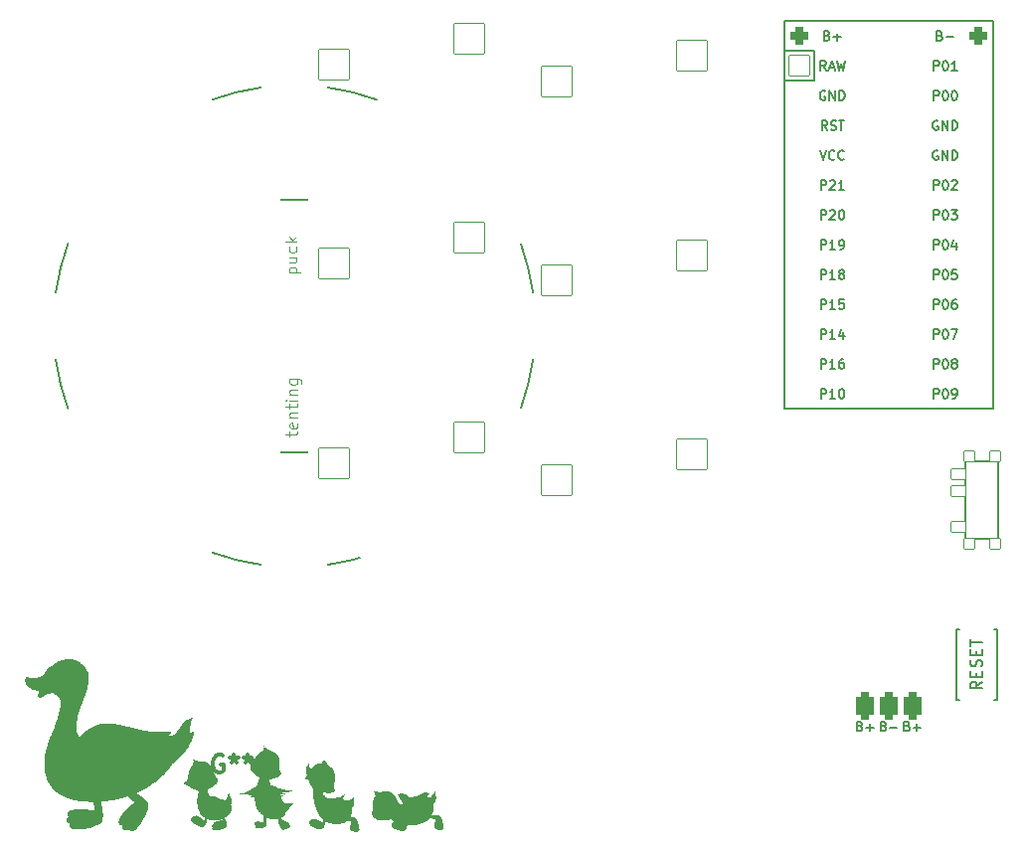
<source format=gto>
%TF.GenerationSoftware,KiCad,Pcbnew,(6.0.4-0)*%
%TF.CreationDate,2022-04-27T10:40:14+02:00*%
%TF.ProjectId,ducks,6475636b-732e-46b6-9963-61645f706362,v1.0.0*%
%TF.SameCoordinates,Original*%
%TF.FileFunction,Legend,Top*%
%TF.FilePolarity,Positive*%
%FSLAX46Y46*%
G04 Gerber Fmt 4.6, Leading zero omitted, Abs format (unit mm)*
G04 Created by KiCad (PCBNEW (6.0.4-0)) date 2022-04-27 10:40:14*
%MOMM*%
%LPD*%
G01*
G04 APERTURE LIST*
G04 Aperture macros list*
%AMRoundRect*
0 Rectangle with rounded corners*
0 $1 Rounding radius*
0 $2 $3 $4 $5 $6 $7 $8 $9 X,Y pos of 4 corners*
0 Add a 4 corners polygon primitive as box body*
4,1,4,$2,$3,$4,$5,$6,$7,$8,$9,$2,$3,0*
0 Add four circle primitives for the rounded corners*
1,1,$1+$1,$2,$3*
1,1,$1+$1,$4,$5*
1,1,$1+$1,$6,$7*
1,1,$1+$1,$8,$9*
0 Add four rect primitives between the rounded corners*
20,1,$1+$1,$2,$3,$4,$5,0*
20,1,$1+$1,$4,$5,$6,$7,0*
20,1,$1+$1,$6,$7,$8,$9,0*
20,1,$1+$1,$8,$9,$2,$3,0*%
G04 Aperture macros list end*
%ADD10C,0.150000*%
%ADD11C,0.300000*%
%ADD12C,0.100000*%
%ADD13C,0.200000*%
%ADD14RoundRect,0.375000X-0.375000X-0.750000X0.375000X-0.750000X0.375000X0.750000X-0.375000X0.750000X0*%
%ADD15C,2.000000*%
%ADD16R,1.752600X1.752600*%
%ADD17C,1.752600*%
%ADD18RoundRect,0.375000X-0.375000X-0.375000X0.375000X-0.375000X0.375000X0.375000X-0.375000X0.375000X0*%
%ADD19RoundRect,0.050000X-0.450000X0.450000X-0.450000X-0.450000X0.450000X-0.450000X0.450000X0.450000X0*%
%ADD20RoundRect,0.050000X-0.625000X0.450000X-0.625000X-0.450000X0.625000X-0.450000X0.625000X0.450000X0*%
%ADD21RoundRect,0.425000X-0.375000X-0.750000X0.375000X-0.750000X0.375000X0.750000X-0.375000X0.750000X0*%
%ADD22C,2.100000*%
%ADD23C,3.100000*%
%ADD24C,1.801800*%
%ADD25C,3.529000*%
%ADD26RoundRect,0.050000X-1.054507X-1.505993X1.505993X-1.054507X1.054507X1.505993X-1.505993X1.054507X0*%
%ADD27C,2.132000*%
%ADD28RoundRect,0.050000X-1.181751X-1.408356X1.408356X-1.181751X1.181751X1.408356X-1.408356X1.181751X0*%
%ADD29RoundRect,0.050000X-1.300000X-1.300000X1.300000X-1.300000X1.300000X1.300000X-1.300000X1.300000X0*%
%ADD30RoundRect,0.050000X-1.775833X-0.475833X0.475833X-1.775833X1.775833X0.475833X-0.475833X1.775833X0*%
%ADD31C,1.100000*%
%ADD32RoundRect,0.050000X-0.863113X-1.623279X1.623279X-0.863113X0.863113X1.623279X-1.623279X0.863113X0*%
%ADD33RoundRect,0.050000X-1.592168X-0.919239X0.919239X-1.592168X1.592168X0.919239X-0.919239X1.592168X0*%
%ADD34RoundRect,0.050000X-0.876300X0.876300X-0.876300X-0.876300X0.876300X-0.876300X0.876300X0.876300X0*%
%ADD35C,1.852600*%
%ADD36RoundRect,0.425000X-0.375000X-0.375000X0.375000X-0.375000X0.375000X0.375000X-0.375000X0.375000X0*%
%ADD37C,4.500000*%
G04 APERTURE END LIST*
D10*
%TO.C,PAD1*%
X153972991Y54073625D02*
X154087277Y54035530D01*
X154125372Y53997435D01*
X154163467Y53921244D01*
X154163467Y53806959D01*
X154125372Y53730768D01*
X154087277Y53692673D01*
X154011087Y53654578D01*
X153706325Y53654578D01*
X153706325Y54454578D01*
X153972991Y54454578D01*
X154049182Y54416483D01*
X154087277Y54378387D01*
X154125372Y54302197D01*
X154125372Y54226006D01*
X154087277Y54149816D01*
X154049182Y54111721D01*
X153972991Y54073625D01*
X153706325Y54073625D01*
X154506325Y53959340D02*
X155115848Y53959340D01*
X151972991Y54073625D02*
X152087277Y54035530D01*
X152125372Y53997435D01*
X152163467Y53921244D01*
X152163467Y53806959D01*
X152125372Y53730768D01*
X152087277Y53692673D01*
X152011087Y53654578D01*
X151706325Y53654578D01*
X151706325Y54454578D01*
X151972991Y54454578D01*
X152049182Y54416483D01*
X152087277Y54378387D01*
X152125372Y54302197D01*
X152125372Y54226006D01*
X152087277Y54149816D01*
X152049182Y54111721D01*
X151972991Y54073625D01*
X151706325Y54073625D01*
X152506325Y53959340D02*
X153115848Y53959340D01*
X152811087Y53654578D02*
X152811087Y54264102D01*
X155972991Y54073625D02*
X156087277Y54035530D01*
X156125372Y53997435D01*
X156163467Y53921244D01*
X156163467Y53806959D01*
X156125372Y53730768D01*
X156087277Y53692673D01*
X156011087Y53654578D01*
X155706325Y53654578D01*
X155706325Y54454578D01*
X155972991Y54454578D01*
X156049182Y54416483D01*
X156087277Y54378387D01*
X156125372Y54302197D01*
X156125372Y54226006D01*
X156087277Y54149816D01*
X156049182Y54111721D01*
X155972991Y54073625D01*
X155706325Y54073625D01*
X156506325Y53959340D02*
X157115848Y53959340D01*
X156811087Y53654578D02*
X156811087Y54264102D01*
%TO.C,B1*%
X162363467Y57864102D02*
X161887277Y57530768D01*
X162363467Y57292673D02*
X161363467Y57292673D01*
X161363467Y57673625D01*
X161411087Y57768863D01*
X161458706Y57816483D01*
X161553944Y57864102D01*
X161696801Y57864102D01*
X161792039Y57816483D01*
X161839658Y57768863D01*
X161887277Y57673625D01*
X161887277Y57292673D01*
X161839658Y58292673D02*
X161839658Y58626006D01*
X162363467Y58768863D02*
X162363467Y58292673D01*
X161363467Y58292673D01*
X161363467Y58768863D01*
X162315848Y59149816D02*
X162363467Y59292673D01*
X162363467Y59530768D01*
X162315848Y59626006D01*
X162268229Y59673625D01*
X162172991Y59721244D01*
X162077753Y59721244D01*
X161982515Y59673625D01*
X161934896Y59626006D01*
X161887277Y59530768D01*
X161839658Y59340292D01*
X161792039Y59245054D01*
X161744420Y59197435D01*
X161649182Y59149816D01*
X161553944Y59149816D01*
X161458706Y59197435D01*
X161411087Y59245054D01*
X161363467Y59340292D01*
X161363467Y59578387D01*
X161411087Y59721244D01*
X161839658Y60149816D02*
X161839658Y60483149D01*
X162363467Y60626006D02*
X162363467Y60149816D01*
X161363467Y60149816D01*
X161363467Y60626006D01*
X161363467Y60911721D02*
X161363467Y61483149D01*
X162363467Y61197435D02*
X161363467Y61197435D01*
D11*
%TO.C,G\u002A\u002A\u002A*%
X97717428Y51562000D02*
X97572285Y51634571D01*
X97354571Y51634571D01*
X97136857Y51562000D01*
X96991714Y51416857D01*
X96919142Y51271714D01*
X96846571Y50981428D01*
X96846571Y50763714D01*
X96919142Y50473428D01*
X96991714Y50328285D01*
X97136857Y50183142D01*
X97354571Y50110571D01*
X97499714Y50110571D01*
X97717428Y50183142D01*
X97790000Y50255714D01*
X97790000Y50763714D01*
X97499714Y50763714D01*
X98660857Y51634571D02*
X98660857Y51271714D01*
X98298000Y51416857D02*
X98660857Y51271714D01*
X99023714Y51416857D01*
X98443142Y50981428D02*
X98660857Y51271714D01*
X98878571Y50981428D01*
X99822000Y51634571D02*
X99822000Y51271714D01*
X99459142Y51416857D02*
X99822000Y51271714D01*
X100184857Y51416857D01*
X99604285Y50981428D02*
X99822000Y51271714D01*
X100039714Y50981428D01*
X100983142Y51634571D02*
X100983142Y51271714D01*
X100620285Y51416857D02*
X100983142Y51271714D01*
X101346000Y51416857D01*
X100765428Y50981428D02*
X100983142Y51271714D01*
X101200857Y50981428D01*
D10*
%TO.C,MCU1*%
X158239658Y84524578D02*
X158239658Y85324578D01*
X158544420Y85324578D01*
X158620610Y85286483D01*
X158658706Y85248387D01*
X158696801Y85172197D01*
X158696801Y85057911D01*
X158658706Y84981721D01*
X158620610Y84943625D01*
X158544420Y84905530D01*
X158239658Y84905530D01*
X159192039Y85324578D02*
X159268229Y85324578D01*
X159344420Y85286483D01*
X159382515Y85248387D01*
X159420610Y85172197D01*
X159458706Y85019816D01*
X159458706Y84829340D01*
X159420610Y84676959D01*
X159382515Y84600768D01*
X159344420Y84562673D01*
X159268229Y84524578D01*
X159192039Y84524578D01*
X159115848Y84562673D01*
X159077753Y84600768D01*
X159039658Y84676959D01*
X159001563Y84829340D01*
X159001563Y85019816D01*
X159039658Y85172197D01*
X159077753Y85248387D01*
X159115848Y85286483D01*
X159192039Y85324578D01*
X159915848Y84981721D02*
X159839658Y85019816D01*
X159801563Y85057911D01*
X159763467Y85134102D01*
X159763467Y85172197D01*
X159801563Y85248387D01*
X159839658Y85286483D01*
X159915848Y85324578D01*
X160068229Y85324578D01*
X160144420Y85286483D01*
X160182515Y85248387D01*
X160220610Y85172197D01*
X160220610Y85134102D01*
X160182515Y85057911D01*
X160144420Y85019816D01*
X160068229Y84981721D01*
X159915848Y84981721D01*
X159839658Y84943625D01*
X159801563Y84905530D01*
X159763467Y84829340D01*
X159763467Y84676959D01*
X159801563Y84600768D01*
X159839658Y84562673D01*
X159915848Y84524578D01*
X160068229Y84524578D01*
X160144420Y84562673D01*
X160182515Y84600768D01*
X160220610Y84676959D01*
X160220610Y84829340D01*
X160182515Y84905530D01*
X160144420Y84943625D01*
X160068229Y84981721D01*
X158239658Y109924578D02*
X158239658Y110724578D01*
X158544420Y110724578D01*
X158620610Y110686483D01*
X158658706Y110648387D01*
X158696801Y110572197D01*
X158696801Y110457911D01*
X158658706Y110381721D01*
X158620610Y110343625D01*
X158544420Y110305530D01*
X158239658Y110305530D01*
X159192039Y110724578D02*
X159268229Y110724578D01*
X159344420Y110686483D01*
X159382515Y110648387D01*
X159420610Y110572197D01*
X159458706Y110419816D01*
X159458706Y110229340D01*
X159420610Y110076959D01*
X159382515Y110000768D01*
X159344420Y109962673D01*
X159268229Y109924578D01*
X159192039Y109924578D01*
X159115848Y109962673D01*
X159077753Y110000768D01*
X159039658Y110076959D01*
X159001563Y110229340D01*
X159001563Y110419816D01*
X159039658Y110572197D01*
X159077753Y110648387D01*
X159115848Y110686483D01*
X159192039Y110724578D01*
X160220610Y109924578D02*
X159763467Y109924578D01*
X159992039Y109924578D02*
X159992039Y110724578D01*
X159915848Y110610292D01*
X159839658Y110534102D01*
X159763467Y110496006D01*
X148639658Y99764578D02*
X148639658Y100564578D01*
X148944420Y100564578D01*
X149020610Y100526483D01*
X149058706Y100488387D01*
X149096801Y100412197D01*
X149096801Y100297911D01*
X149058706Y100221721D01*
X149020610Y100183625D01*
X148944420Y100145530D01*
X148639658Y100145530D01*
X149401563Y100488387D02*
X149439658Y100526483D01*
X149515848Y100564578D01*
X149706325Y100564578D01*
X149782515Y100526483D01*
X149820610Y100488387D01*
X149858706Y100412197D01*
X149858706Y100336006D01*
X149820610Y100221721D01*
X149363467Y99764578D01*
X149858706Y99764578D01*
X150620610Y99764578D02*
X150163467Y99764578D01*
X150392039Y99764578D02*
X150392039Y100564578D01*
X150315848Y100450292D01*
X150239658Y100374102D01*
X150163467Y100336006D01*
X148639658Y87064578D02*
X148639658Y87864578D01*
X148944420Y87864578D01*
X149020610Y87826483D01*
X149058706Y87788387D01*
X149096801Y87712197D01*
X149096801Y87597911D01*
X149058706Y87521721D01*
X149020610Y87483625D01*
X148944420Y87445530D01*
X148639658Y87445530D01*
X149858706Y87064578D02*
X149401563Y87064578D01*
X149630134Y87064578D02*
X149630134Y87864578D01*
X149553944Y87750292D01*
X149477753Y87674102D01*
X149401563Y87636006D01*
X150544420Y87597911D02*
X150544420Y87064578D01*
X150353944Y87902673D02*
X150163467Y87331244D01*
X150658706Y87331244D01*
X149172991Y112883625D02*
X149287277Y112845530D01*
X149325372Y112807435D01*
X149363467Y112731244D01*
X149363467Y112616959D01*
X149325372Y112540768D01*
X149287277Y112502673D01*
X149211087Y112464578D01*
X148906325Y112464578D01*
X148906325Y113264578D01*
X149172991Y113264578D01*
X149249182Y113226483D01*
X149287277Y113188387D01*
X149325372Y113112197D01*
X149325372Y113036006D01*
X149287277Y112959816D01*
X149249182Y112921721D01*
X149172991Y112883625D01*
X148906325Y112883625D01*
X149706325Y112769340D02*
X150315848Y112769340D01*
X150011087Y112464578D02*
X150011087Y113074102D01*
X148639658Y97224578D02*
X148639658Y98024578D01*
X148944420Y98024578D01*
X149020610Y97986483D01*
X149058706Y97948387D01*
X149096801Y97872197D01*
X149096801Y97757911D01*
X149058706Y97681721D01*
X149020610Y97643625D01*
X148944420Y97605530D01*
X148639658Y97605530D01*
X149401563Y97948387D02*
X149439658Y97986483D01*
X149515848Y98024578D01*
X149706325Y98024578D01*
X149782515Y97986483D01*
X149820610Y97948387D01*
X149858706Y97872197D01*
X149858706Y97796006D01*
X149820610Y97681721D01*
X149363467Y97224578D01*
X149858706Y97224578D01*
X150353944Y98024578D02*
X150430134Y98024578D01*
X150506325Y97986483D01*
X150544420Y97948387D01*
X150582515Y97872197D01*
X150620610Y97719816D01*
X150620610Y97529340D01*
X150582515Y97376959D01*
X150544420Y97300768D01*
X150506325Y97262673D01*
X150430134Y97224578D01*
X150353944Y97224578D01*
X150277753Y97262673D01*
X150239658Y97300768D01*
X150201563Y97376959D01*
X150163467Y97529340D01*
X150163467Y97719816D01*
X150201563Y97872197D01*
X150239658Y97948387D01*
X150277753Y97986483D01*
X150353944Y98024578D01*
X158239658Y81984578D02*
X158239658Y82784578D01*
X158544420Y82784578D01*
X158620610Y82746483D01*
X158658706Y82708387D01*
X158696801Y82632197D01*
X158696801Y82517911D01*
X158658706Y82441721D01*
X158620610Y82403625D01*
X158544420Y82365530D01*
X158239658Y82365530D01*
X159192039Y82784578D02*
X159268229Y82784578D01*
X159344420Y82746483D01*
X159382515Y82708387D01*
X159420610Y82632197D01*
X159458706Y82479816D01*
X159458706Y82289340D01*
X159420610Y82136959D01*
X159382515Y82060768D01*
X159344420Y82022673D01*
X159268229Y81984578D01*
X159192039Y81984578D01*
X159115848Y82022673D01*
X159077753Y82060768D01*
X159039658Y82136959D01*
X159001563Y82289340D01*
X159001563Y82479816D01*
X159039658Y82632197D01*
X159077753Y82708387D01*
X159115848Y82746483D01*
X159192039Y82784578D01*
X159839658Y81984578D02*
X159992039Y81984578D01*
X160068229Y82022673D01*
X160106325Y82060768D01*
X160182515Y82175054D01*
X160220610Y82327435D01*
X160220610Y82632197D01*
X160182515Y82708387D01*
X160144420Y82746483D01*
X160068229Y82784578D01*
X159915848Y82784578D01*
X159839658Y82746483D01*
X159801563Y82708387D01*
X159763467Y82632197D01*
X159763467Y82441721D01*
X159801563Y82365530D01*
X159839658Y82327435D01*
X159915848Y82289340D01*
X160068229Y82289340D01*
X160144420Y82327435D01*
X160182515Y82365530D01*
X160220610Y82441721D01*
X148639658Y84524578D02*
X148639658Y85324578D01*
X148944420Y85324578D01*
X149020610Y85286483D01*
X149058706Y85248387D01*
X149096801Y85172197D01*
X149096801Y85057911D01*
X149058706Y84981721D01*
X149020610Y84943625D01*
X148944420Y84905530D01*
X148639658Y84905530D01*
X149858706Y84524578D02*
X149401563Y84524578D01*
X149630134Y84524578D02*
X149630134Y85324578D01*
X149553944Y85210292D01*
X149477753Y85134102D01*
X149401563Y85096006D01*
X150544420Y85324578D02*
X150392039Y85324578D01*
X150315848Y85286483D01*
X150277753Y85248387D01*
X150201563Y85134102D01*
X150163467Y84981721D01*
X150163467Y84676959D01*
X150201563Y84600768D01*
X150239658Y84562673D01*
X150315848Y84524578D01*
X150468229Y84524578D01*
X150544420Y84562673D01*
X150582515Y84600768D01*
X150620610Y84676959D01*
X150620610Y84867435D01*
X150582515Y84943625D01*
X150544420Y84981721D01*
X150468229Y85019816D01*
X150315848Y85019816D01*
X150239658Y84981721D01*
X150201563Y84943625D01*
X150163467Y84867435D01*
X149172991Y104844578D02*
X148906325Y105225530D01*
X148715848Y104844578D02*
X148715848Y105644578D01*
X149020610Y105644578D01*
X149096801Y105606483D01*
X149134896Y105568387D01*
X149172991Y105492197D01*
X149172991Y105377911D01*
X149134896Y105301721D01*
X149096801Y105263625D01*
X149020610Y105225530D01*
X148715848Y105225530D01*
X149477753Y104882673D02*
X149592039Y104844578D01*
X149782515Y104844578D01*
X149858706Y104882673D01*
X149896801Y104920768D01*
X149934896Y104996959D01*
X149934896Y105073149D01*
X149896801Y105149340D01*
X149858706Y105187435D01*
X149782515Y105225530D01*
X149630134Y105263625D01*
X149553944Y105301721D01*
X149515848Y105339816D01*
X149477753Y105416006D01*
X149477753Y105492197D01*
X149515848Y105568387D01*
X149553944Y105606483D01*
X149630134Y105644578D01*
X149820610Y105644578D01*
X149934896Y105606483D01*
X150163467Y105644578D02*
X150620610Y105644578D01*
X150392039Y104844578D02*
X150392039Y105644578D01*
X158239658Y99764578D02*
X158239658Y100564578D01*
X158544420Y100564578D01*
X158620610Y100526483D01*
X158658706Y100488387D01*
X158696801Y100412197D01*
X158696801Y100297911D01*
X158658706Y100221721D01*
X158620610Y100183625D01*
X158544420Y100145530D01*
X158239658Y100145530D01*
X159192039Y100564578D02*
X159268229Y100564578D01*
X159344420Y100526483D01*
X159382515Y100488387D01*
X159420610Y100412197D01*
X159458706Y100259816D01*
X159458706Y100069340D01*
X159420610Y99916959D01*
X159382515Y99840768D01*
X159344420Y99802673D01*
X159268229Y99764578D01*
X159192039Y99764578D01*
X159115848Y99802673D01*
X159077753Y99840768D01*
X159039658Y99916959D01*
X159001563Y100069340D01*
X159001563Y100259816D01*
X159039658Y100412197D01*
X159077753Y100488387D01*
X159115848Y100526483D01*
X159192039Y100564578D01*
X159763467Y100488387D02*
X159801563Y100526483D01*
X159877753Y100564578D01*
X160068229Y100564578D01*
X160144420Y100526483D01*
X160182515Y100488387D01*
X160220610Y100412197D01*
X160220610Y100336006D01*
X160182515Y100221721D01*
X159725372Y99764578D01*
X160220610Y99764578D01*
X148639658Y92144578D02*
X148639658Y92944578D01*
X148944420Y92944578D01*
X149020610Y92906483D01*
X149058706Y92868387D01*
X149096801Y92792197D01*
X149096801Y92677911D01*
X149058706Y92601721D01*
X149020610Y92563625D01*
X148944420Y92525530D01*
X148639658Y92525530D01*
X149858706Y92144578D02*
X149401563Y92144578D01*
X149630134Y92144578D02*
X149630134Y92944578D01*
X149553944Y92830292D01*
X149477753Y92754102D01*
X149401563Y92716006D01*
X150315848Y92601721D02*
X150239658Y92639816D01*
X150201563Y92677911D01*
X150163467Y92754102D01*
X150163467Y92792197D01*
X150201563Y92868387D01*
X150239658Y92906483D01*
X150315848Y92944578D01*
X150468229Y92944578D01*
X150544420Y92906483D01*
X150582515Y92868387D01*
X150620610Y92792197D01*
X150620610Y92754102D01*
X150582515Y92677911D01*
X150544420Y92639816D01*
X150468229Y92601721D01*
X150315848Y92601721D01*
X150239658Y92563625D01*
X150201563Y92525530D01*
X150163467Y92449340D01*
X150163467Y92296959D01*
X150201563Y92220768D01*
X150239658Y92182673D01*
X150315848Y92144578D01*
X150468229Y92144578D01*
X150544420Y92182673D01*
X150582515Y92220768D01*
X150620610Y92296959D01*
X150620610Y92449340D01*
X150582515Y92525530D01*
X150544420Y92563625D01*
X150468229Y92601721D01*
X148639658Y81984578D02*
X148639658Y82784578D01*
X148944420Y82784578D01*
X149020610Y82746483D01*
X149058706Y82708387D01*
X149096801Y82632197D01*
X149096801Y82517911D01*
X149058706Y82441721D01*
X149020610Y82403625D01*
X148944420Y82365530D01*
X148639658Y82365530D01*
X149858706Y81984578D02*
X149401563Y81984578D01*
X149630134Y81984578D02*
X149630134Y82784578D01*
X149553944Y82670292D01*
X149477753Y82594102D01*
X149401563Y82556006D01*
X150353944Y82784578D02*
X150430134Y82784578D01*
X150506325Y82746483D01*
X150544420Y82708387D01*
X150582515Y82632197D01*
X150620610Y82479816D01*
X150620610Y82289340D01*
X150582515Y82136959D01*
X150544420Y82060768D01*
X150506325Y82022673D01*
X150430134Y81984578D01*
X150353944Y81984578D01*
X150277753Y82022673D01*
X150239658Y82060768D01*
X150201563Y82136959D01*
X150163467Y82289340D01*
X150163467Y82479816D01*
X150201563Y82632197D01*
X150239658Y82708387D01*
X150277753Y82746483D01*
X150353944Y82784578D01*
X158601563Y103066483D02*
X158525372Y103104578D01*
X158411087Y103104578D01*
X158296801Y103066483D01*
X158220610Y102990292D01*
X158182515Y102914102D01*
X158144420Y102761721D01*
X158144420Y102647435D01*
X158182515Y102495054D01*
X158220610Y102418863D01*
X158296801Y102342673D01*
X158411087Y102304578D01*
X158487277Y102304578D01*
X158601563Y102342673D01*
X158639658Y102380768D01*
X158639658Y102647435D01*
X158487277Y102647435D01*
X158982515Y102304578D02*
X158982515Y103104578D01*
X159439658Y102304578D01*
X159439658Y103104578D01*
X159820610Y102304578D02*
X159820610Y103104578D01*
X160011087Y103104578D01*
X160125372Y103066483D01*
X160201563Y102990292D01*
X160239658Y102914102D01*
X160277753Y102761721D01*
X160277753Y102647435D01*
X160239658Y102495054D01*
X160201563Y102418863D01*
X160125372Y102342673D01*
X160011087Y102304578D01*
X159820610Y102304578D01*
X158239658Y107384578D02*
X158239658Y108184578D01*
X158544420Y108184578D01*
X158620610Y108146483D01*
X158658706Y108108387D01*
X158696801Y108032197D01*
X158696801Y107917911D01*
X158658706Y107841721D01*
X158620610Y107803625D01*
X158544420Y107765530D01*
X158239658Y107765530D01*
X159192039Y108184578D02*
X159268229Y108184578D01*
X159344420Y108146483D01*
X159382515Y108108387D01*
X159420610Y108032197D01*
X159458706Y107879816D01*
X159458706Y107689340D01*
X159420610Y107536959D01*
X159382515Y107460768D01*
X159344420Y107422673D01*
X159268229Y107384578D01*
X159192039Y107384578D01*
X159115848Y107422673D01*
X159077753Y107460768D01*
X159039658Y107536959D01*
X159001563Y107689340D01*
X159001563Y107879816D01*
X159039658Y108032197D01*
X159077753Y108108387D01*
X159115848Y108146483D01*
X159192039Y108184578D01*
X159953944Y108184578D02*
X160030134Y108184578D01*
X160106325Y108146483D01*
X160144420Y108108387D01*
X160182515Y108032197D01*
X160220610Y107879816D01*
X160220610Y107689340D01*
X160182515Y107536959D01*
X160144420Y107460768D01*
X160106325Y107422673D01*
X160030134Y107384578D01*
X159953944Y107384578D01*
X159877753Y107422673D01*
X159839658Y107460768D01*
X159801563Y107536959D01*
X159763467Y107689340D01*
X159763467Y107879816D01*
X159801563Y108032197D01*
X159839658Y108108387D01*
X159877753Y108146483D01*
X159953944Y108184578D01*
X149058706Y109924578D02*
X148792039Y110305530D01*
X148601563Y109924578D02*
X148601563Y110724578D01*
X148906325Y110724578D01*
X148982515Y110686483D01*
X149020610Y110648387D01*
X149058706Y110572197D01*
X149058706Y110457911D01*
X149020610Y110381721D01*
X148982515Y110343625D01*
X148906325Y110305530D01*
X148601563Y110305530D01*
X149363467Y110153149D02*
X149744420Y110153149D01*
X149287277Y109924578D02*
X149553944Y110724578D01*
X149820610Y109924578D01*
X150011087Y110724578D02*
X150201563Y109924578D01*
X150353944Y110496006D01*
X150506325Y109924578D01*
X150696801Y110724578D01*
X158239658Y97224578D02*
X158239658Y98024578D01*
X158544420Y98024578D01*
X158620610Y97986483D01*
X158658706Y97948387D01*
X158696801Y97872197D01*
X158696801Y97757911D01*
X158658706Y97681721D01*
X158620610Y97643625D01*
X158544420Y97605530D01*
X158239658Y97605530D01*
X159192039Y98024578D02*
X159268229Y98024578D01*
X159344420Y97986483D01*
X159382515Y97948387D01*
X159420610Y97872197D01*
X159458706Y97719816D01*
X159458706Y97529340D01*
X159420610Y97376959D01*
X159382515Y97300768D01*
X159344420Y97262673D01*
X159268229Y97224578D01*
X159192039Y97224578D01*
X159115848Y97262673D01*
X159077753Y97300768D01*
X159039658Y97376959D01*
X159001563Y97529340D01*
X159001563Y97719816D01*
X159039658Y97872197D01*
X159077753Y97948387D01*
X159115848Y97986483D01*
X159192039Y98024578D01*
X159725372Y98024578D02*
X160220610Y98024578D01*
X159953944Y97719816D01*
X160068229Y97719816D01*
X160144420Y97681721D01*
X160182515Y97643625D01*
X160220610Y97567435D01*
X160220610Y97376959D01*
X160182515Y97300768D01*
X160144420Y97262673D01*
X160068229Y97224578D01*
X159839658Y97224578D01*
X159763467Y97262673D01*
X159725372Y97300768D01*
X158601563Y105606483D02*
X158525372Y105644578D01*
X158411087Y105644578D01*
X158296801Y105606483D01*
X158220610Y105530292D01*
X158182515Y105454102D01*
X158144420Y105301721D01*
X158144420Y105187435D01*
X158182515Y105035054D01*
X158220610Y104958863D01*
X158296801Y104882673D01*
X158411087Y104844578D01*
X158487277Y104844578D01*
X158601563Y104882673D01*
X158639658Y104920768D01*
X158639658Y105187435D01*
X158487277Y105187435D01*
X158982515Y104844578D02*
X158982515Y105644578D01*
X159439658Y104844578D01*
X159439658Y105644578D01*
X159820610Y104844578D02*
X159820610Y105644578D01*
X160011087Y105644578D01*
X160125372Y105606483D01*
X160201563Y105530292D01*
X160239658Y105454102D01*
X160277753Y105301721D01*
X160277753Y105187435D01*
X160239658Y105035054D01*
X160201563Y104958863D01*
X160125372Y104882673D01*
X160011087Y104844578D01*
X159820610Y104844578D01*
X158239658Y87064578D02*
X158239658Y87864578D01*
X158544420Y87864578D01*
X158620610Y87826483D01*
X158658706Y87788387D01*
X158696801Y87712197D01*
X158696801Y87597911D01*
X158658706Y87521721D01*
X158620610Y87483625D01*
X158544420Y87445530D01*
X158239658Y87445530D01*
X159192039Y87864578D02*
X159268229Y87864578D01*
X159344420Y87826483D01*
X159382515Y87788387D01*
X159420610Y87712197D01*
X159458706Y87559816D01*
X159458706Y87369340D01*
X159420610Y87216959D01*
X159382515Y87140768D01*
X159344420Y87102673D01*
X159268229Y87064578D01*
X159192039Y87064578D01*
X159115848Y87102673D01*
X159077753Y87140768D01*
X159039658Y87216959D01*
X159001563Y87369340D01*
X159001563Y87559816D01*
X159039658Y87712197D01*
X159077753Y87788387D01*
X159115848Y87826483D01*
X159192039Y87864578D01*
X159725372Y87864578D02*
X160258706Y87864578D01*
X159915848Y87064578D01*
X148639658Y94684578D02*
X148639658Y95484578D01*
X148944420Y95484578D01*
X149020610Y95446483D01*
X149058706Y95408387D01*
X149096801Y95332197D01*
X149096801Y95217911D01*
X149058706Y95141721D01*
X149020610Y95103625D01*
X148944420Y95065530D01*
X148639658Y95065530D01*
X149858706Y94684578D02*
X149401563Y94684578D01*
X149630134Y94684578D02*
X149630134Y95484578D01*
X149553944Y95370292D01*
X149477753Y95294102D01*
X149401563Y95256006D01*
X150239658Y94684578D02*
X150392039Y94684578D01*
X150468229Y94722673D01*
X150506325Y94760768D01*
X150582515Y94875054D01*
X150620610Y95027435D01*
X150620610Y95332197D01*
X150582515Y95408387D01*
X150544420Y95446483D01*
X150468229Y95484578D01*
X150315848Y95484578D01*
X150239658Y95446483D01*
X150201563Y95408387D01*
X150163467Y95332197D01*
X150163467Y95141721D01*
X150201563Y95065530D01*
X150239658Y95027435D01*
X150315848Y94989340D01*
X150468229Y94989340D01*
X150544420Y95027435D01*
X150582515Y95065530D01*
X150620610Y95141721D01*
X158239658Y94684578D02*
X158239658Y95484578D01*
X158544420Y95484578D01*
X158620610Y95446483D01*
X158658706Y95408387D01*
X158696801Y95332197D01*
X158696801Y95217911D01*
X158658706Y95141721D01*
X158620610Y95103625D01*
X158544420Y95065530D01*
X158239658Y95065530D01*
X159192039Y95484578D02*
X159268229Y95484578D01*
X159344420Y95446483D01*
X159382515Y95408387D01*
X159420610Y95332197D01*
X159458706Y95179816D01*
X159458706Y94989340D01*
X159420610Y94836959D01*
X159382515Y94760768D01*
X159344420Y94722673D01*
X159268229Y94684578D01*
X159192039Y94684578D01*
X159115848Y94722673D01*
X159077753Y94760768D01*
X159039658Y94836959D01*
X159001563Y94989340D01*
X159001563Y95179816D01*
X159039658Y95332197D01*
X159077753Y95408387D01*
X159115848Y95446483D01*
X159192039Y95484578D01*
X160144420Y95217911D02*
X160144420Y94684578D01*
X159953944Y95522673D02*
X159763467Y94951244D01*
X160258706Y94951244D01*
X158239658Y92144578D02*
X158239658Y92944578D01*
X158544420Y92944578D01*
X158620610Y92906483D01*
X158658706Y92868387D01*
X158696801Y92792197D01*
X158696801Y92677911D01*
X158658706Y92601721D01*
X158620610Y92563625D01*
X158544420Y92525530D01*
X158239658Y92525530D01*
X159192039Y92944578D02*
X159268229Y92944578D01*
X159344420Y92906483D01*
X159382515Y92868387D01*
X159420610Y92792197D01*
X159458706Y92639816D01*
X159458706Y92449340D01*
X159420610Y92296959D01*
X159382515Y92220768D01*
X159344420Y92182673D01*
X159268229Y92144578D01*
X159192039Y92144578D01*
X159115848Y92182673D01*
X159077753Y92220768D01*
X159039658Y92296959D01*
X159001563Y92449340D01*
X159001563Y92639816D01*
X159039658Y92792197D01*
X159077753Y92868387D01*
X159115848Y92906483D01*
X159192039Y92944578D01*
X160182515Y92944578D02*
X159801563Y92944578D01*
X159763467Y92563625D01*
X159801563Y92601721D01*
X159877753Y92639816D01*
X160068229Y92639816D01*
X160144420Y92601721D01*
X160182515Y92563625D01*
X160220610Y92487435D01*
X160220610Y92296959D01*
X160182515Y92220768D01*
X160144420Y92182673D01*
X160068229Y92144578D01*
X159877753Y92144578D01*
X159801563Y92182673D01*
X159763467Y92220768D01*
X149001563Y108146483D02*
X148925372Y108184578D01*
X148811087Y108184578D01*
X148696801Y108146483D01*
X148620610Y108070292D01*
X148582515Y107994102D01*
X148544420Y107841721D01*
X148544420Y107727435D01*
X148582515Y107575054D01*
X148620610Y107498863D01*
X148696801Y107422673D01*
X148811087Y107384578D01*
X148887277Y107384578D01*
X149001563Y107422673D01*
X149039658Y107460768D01*
X149039658Y107727435D01*
X148887277Y107727435D01*
X149382515Y107384578D02*
X149382515Y108184578D01*
X149839658Y107384578D01*
X149839658Y108184578D01*
X150220610Y107384578D02*
X150220610Y108184578D01*
X150411087Y108184578D01*
X150525372Y108146483D01*
X150601563Y108070292D01*
X150639658Y107994102D01*
X150677753Y107841721D01*
X150677753Y107727435D01*
X150639658Y107575054D01*
X150601563Y107498863D01*
X150525372Y107422673D01*
X150411087Y107384578D01*
X150220610Y107384578D01*
X158772991Y112883625D02*
X158887277Y112845530D01*
X158925372Y112807435D01*
X158963467Y112731244D01*
X158963467Y112616959D01*
X158925372Y112540768D01*
X158887277Y112502673D01*
X158811087Y112464578D01*
X158506325Y112464578D01*
X158506325Y113264578D01*
X158772991Y113264578D01*
X158849182Y113226483D01*
X158887277Y113188387D01*
X158925372Y113112197D01*
X158925372Y113036006D01*
X158887277Y112959816D01*
X158849182Y112921721D01*
X158772991Y112883625D01*
X158506325Y112883625D01*
X159306325Y112769340D02*
X159915848Y112769340D01*
X148639658Y89604578D02*
X148639658Y90404578D01*
X148944420Y90404578D01*
X149020610Y90366483D01*
X149058706Y90328387D01*
X149096801Y90252197D01*
X149096801Y90137911D01*
X149058706Y90061721D01*
X149020610Y90023625D01*
X148944420Y89985530D01*
X148639658Y89985530D01*
X149858706Y89604578D02*
X149401563Y89604578D01*
X149630134Y89604578D02*
X149630134Y90404578D01*
X149553944Y90290292D01*
X149477753Y90214102D01*
X149401563Y90176006D01*
X150582515Y90404578D02*
X150201563Y90404578D01*
X150163467Y90023625D01*
X150201563Y90061721D01*
X150277753Y90099816D01*
X150468229Y90099816D01*
X150544420Y90061721D01*
X150582515Y90023625D01*
X150620610Y89947435D01*
X150620610Y89756959D01*
X150582515Y89680768D01*
X150544420Y89642673D01*
X150468229Y89604578D01*
X150277753Y89604578D01*
X150201563Y89642673D01*
X150163467Y89680768D01*
X158239658Y89604578D02*
X158239658Y90404578D01*
X158544420Y90404578D01*
X158620610Y90366483D01*
X158658706Y90328387D01*
X158696801Y90252197D01*
X158696801Y90137911D01*
X158658706Y90061721D01*
X158620610Y90023625D01*
X158544420Y89985530D01*
X158239658Y89985530D01*
X159192039Y90404578D02*
X159268229Y90404578D01*
X159344420Y90366483D01*
X159382515Y90328387D01*
X159420610Y90252197D01*
X159458706Y90099816D01*
X159458706Y89909340D01*
X159420610Y89756959D01*
X159382515Y89680768D01*
X159344420Y89642673D01*
X159268229Y89604578D01*
X159192039Y89604578D01*
X159115848Y89642673D01*
X159077753Y89680768D01*
X159039658Y89756959D01*
X159001563Y89909340D01*
X159001563Y90099816D01*
X159039658Y90252197D01*
X159077753Y90328387D01*
X159115848Y90366483D01*
X159192039Y90404578D01*
X160144420Y90404578D02*
X159992039Y90404578D01*
X159915848Y90366483D01*
X159877753Y90328387D01*
X159801563Y90214102D01*
X159763467Y90061721D01*
X159763467Y89756959D01*
X159801563Y89680768D01*
X159839658Y89642673D01*
X159915848Y89604578D01*
X160068229Y89604578D01*
X160144420Y89642673D01*
X160182515Y89680768D01*
X160220610Y89756959D01*
X160220610Y89947435D01*
X160182515Y90023625D01*
X160144420Y90061721D01*
X160068229Y90099816D01*
X159915848Y90099816D01*
X159839658Y90061721D01*
X159801563Y90023625D01*
X159763467Y89947435D01*
X148544420Y103104578D02*
X148811087Y102304578D01*
X149077753Y103104578D01*
X149801563Y102380768D02*
X149763467Y102342673D01*
X149649182Y102304578D01*
X149572991Y102304578D01*
X149458706Y102342673D01*
X149382515Y102418863D01*
X149344420Y102495054D01*
X149306325Y102647435D01*
X149306325Y102761721D01*
X149344420Y102914102D01*
X149382515Y102990292D01*
X149458706Y103066483D01*
X149572991Y103104578D01*
X149649182Y103104578D01*
X149763467Y103066483D01*
X149801563Y103028387D01*
X150601563Y102380768D02*
X150563467Y102342673D01*
X150449182Y102304578D01*
X150372991Y102304578D01*
X150258706Y102342673D01*
X150182515Y102418863D01*
X150144420Y102495054D01*
X150106325Y102647435D01*
X150106325Y102761721D01*
X150144420Y102914102D01*
X150182515Y102990292D01*
X150258706Y103066483D01*
X150372991Y103104578D01*
X150449182Y103104578D01*
X150563467Y103066483D01*
X150601563Y103028387D01*
D12*
%TO.C,REF\u002A\u002A*%
X103392434Y78783427D02*
X103392434Y79164379D01*
X103059100Y78926284D02*
X103916243Y78926284D01*
X104011481Y78973903D01*
X104059100Y79069141D01*
X104059100Y79164379D01*
X104011481Y79878665D02*
X104059100Y79783427D01*
X104059100Y79592950D01*
X104011481Y79497712D01*
X103916243Y79450093D01*
X103535291Y79450093D01*
X103440053Y79497712D01*
X103392434Y79592950D01*
X103392434Y79783427D01*
X103440053Y79878665D01*
X103535291Y79926284D01*
X103630529Y79926284D01*
X103725767Y79450093D01*
X103392434Y80354855D02*
X104059100Y80354855D01*
X103487672Y80354855D02*
X103440053Y80402474D01*
X103392434Y80497712D01*
X103392434Y80640569D01*
X103440053Y80735807D01*
X103535291Y80783427D01*
X104059100Y80783427D01*
X103392434Y81116760D02*
X103392434Y81497712D01*
X103059100Y81259617D02*
X103916243Y81259617D01*
X104011481Y81307236D01*
X104059100Y81402474D01*
X104059100Y81497712D01*
X104059100Y81831046D02*
X103392434Y81831046D01*
X103059100Y81831046D02*
X103106720Y81783427D01*
X103154339Y81831046D01*
X103106720Y81878665D01*
X103059100Y81831046D01*
X103154339Y81831046D01*
X103392434Y82307236D02*
X104059100Y82307236D01*
X103487672Y82307236D02*
X103440053Y82354855D01*
X103392434Y82450093D01*
X103392434Y82592950D01*
X103440053Y82688188D01*
X103535291Y82735807D01*
X104059100Y82735807D01*
X103392434Y83640569D02*
X104201958Y83640569D01*
X104297196Y83592950D01*
X104344815Y83545331D01*
X104392434Y83450093D01*
X104392434Y83307236D01*
X104344815Y83211998D01*
X104011481Y83640569D02*
X104059100Y83545331D01*
X104059100Y83354855D01*
X104011481Y83259617D01*
X103963862Y83211998D01*
X103868624Y83164379D01*
X103582910Y83164379D01*
X103487672Y83211998D01*
X103440053Y83259617D01*
X103392434Y83354855D01*
X103392434Y83545331D01*
X103440053Y83640569D01*
X103328934Y92673927D02*
X104328934Y92673927D01*
X103376553Y92673927D02*
X103328934Y92769165D01*
X103328934Y92959641D01*
X103376553Y93054879D01*
X103424172Y93102498D01*
X103519410Y93150117D01*
X103805124Y93150117D01*
X103900362Y93102498D01*
X103947981Y93054879D01*
X103995600Y92959641D01*
X103995600Y92769165D01*
X103947981Y92673927D01*
X103328934Y94007260D02*
X103995600Y94007260D01*
X103328934Y93578688D02*
X103852743Y93578688D01*
X103947981Y93626307D01*
X103995600Y93721546D01*
X103995600Y93864403D01*
X103947981Y93959641D01*
X103900362Y94007260D01*
X103947981Y94912022D02*
X103995600Y94816784D01*
X103995600Y94626307D01*
X103947981Y94531069D01*
X103900362Y94483450D01*
X103805124Y94435831D01*
X103519410Y94435831D01*
X103424172Y94483450D01*
X103376553Y94531069D01*
X103328934Y94626307D01*
X103328934Y94816784D01*
X103376553Y94912022D01*
X103995600Y95340593D02*
X102995600Y95340593D01*
X103614648Y95435831D02*
X103995600Y95721546D01*
X103328934Y95721546D02*
X103709886Y95340593D01*
D10*
%TO.C,T1*%
X163761087Y76616483D02*
X160911087Y76616483D01*
X163761087Y71366483D02*
X163761087Y75266483D01*
X160911087Y76616483D02*
X160911087Y70016483D01*
X163761087Y73316483D02*
X163761087Y70016483D01*
X160911087Y70016483D02*
X163761087Y70016483D01*
X163761087Y73316483D02*
X163761087Y76616483D01*
%TO.C,B1*%
X163661087Y62316483D02*
X163661087Y56316483D01*
X160161087Y62316483D02*
X160161087Y56316483D01*
X163661087Y56316483D02*
X163411087Y56316483D01*
X160161087Y62316483D02*
X160411087Y62316483D01*
X160161087Y56316483D02*
X160411087Y56316483D01*
X163661087Y62316483D02*
X163411087Y62316483D01*
%TO.C,G\u002A\u002A\u002A*%
G36*
X101160406Y52104911D02*
G01*
X101189789Y52098444D01*
X101202069Y52100416D01*
X101201442Y52132024D01*
X101198349Y52150353D01*
X101192437Y52192491D01*
X101199188Y52208006D01*
X101222500Y52205564D01*
X101223105Y52205406D01*
X101249164Y52201223D01*
X101257514Y52210942D01*
X101248119Y52240589D01*
X101222573Y52292991D01*
X101197596Y52350570D01*
X101193190Y52382877D01*
X101208689Y52387944D01*
X101243427Y52363801D01*
X101245817Y52361646D01*
X101288494Y52323881D01*
X101342788Y52277206D01*
X101369663Y52254545D01*
X101416334Y52215254D01*
X101453295Y52183674D01*
X101466515Y52172068D01*
X101492815Y52150561D01*
X101535967Y52117396D01*
X101559999Y52099444D01*
X101603913Y52066132D01*
X101634481Y52041393D01*
X101641818Y52034458D01*
X101672039Y52012333D01*
X101721075Y51988456D01*
X101772467Y51969914D01*
X101806327Y51963636D01*
X101850446Y51953994D01*
X101915803Y51928100D01*
X101993811Y51890498D01*
X102075881Y51845736D01*
X102153421Y51798358D01*
X102217845Y51752911D01*
X102241166Y51733496D01*
X102295823Y51679412D01*
X102344890Y51622503D01*
X102371038Y51585572D01*
X102404177Y51533616D01*
X102435752Y51489395D01*
X102441849Y51481818D01*
X102462189Y51446731D01*
X102486944Y51388694D01*
X102510974Y51319845D01*
X102512419Y51315184D01*
X102526302Y51267726D01*
X102536246Y51224801D01*
X102542634Y51179684D01*
X102545851Y51125647D01*
X102546278Y51055964D01*
X102544301Y50963908D01*
X102540301Y50842751D01*
X102539933Y50832385D01*
X102535702Y50682371D01*
X102535418Y50562222D01*
X102539865Y50465575D01*
X102549825Y50386070D01*
X102566079Y50317345D01*
X102589410Y50253039D01*
X102618923Y50190089D01*
X102651344Y50102260D01*
X102651312Y50024053D01*
X102617917Y49947408D01*
X102586788Y49905161D01*
X102531237Y49852033D01*
X102452561Y49795038D01*
X102362214Y49741561D01*
X102271648Y49698986D01*
X102259999Y49694465D01*
X102090716Y49635543D01*
X101947534Y49596465D01*
X101826754Y49576238D01*
X101815834Y49575220D01*
X101750605Y49567680D01*
X101699850Y49558239D01*
X101674379Y49548918D01*
X101674213Y49548758D01*
X101669783Y49523623D01*
X101674573Y49475182D01*
X101686516Y49414697D01*
X101703547Y49353430D01*
X101716509Y49318181D01*
X101731054Y49281344D01*
X101752398Y49224806D01*
X101768637Y49180730D01*
X101798776Y49104405D01*
X101826879Y49055464D01*
X101860681Y49026267D01*
X101907919Y49009171D01*
X101950909Y49000687D01*
X101987739Y48993993D01*
X102022734Y48986119D01*
X102060900Y48975271D01*
X102107241Y48959654D01*
X102166761Y48937476D01*
X102244466Y48906943D01*
X102345359Y48866260D01*
X102474445Y48813634D01*
X102486450Y48808727D01*
X102659405Y48741137D01*
X102810208Y48689848D01*
X102948020Y48652670D01*
X103081999Y48627412D01*
X103221304Y48611882D01*
X103337272Y48605203D01*
X103427865Y48600687D01*
X103503819Y48595106D01*
X103558573Y48589082D01*
X103585567Y48583234D01*
X103587272Y48581559D01*
X103570142Y48559499D01*
X103522617Y48535218D01*
X103450494Y48510015D01*
X103359571Y48485193D01*
X103255645Y48462050D01*
X103144513Y48441889D01*
X103031974Y48426009D01*
X102923824Y48415711D01*
X102832727Y48412284D01*
X102776168Y48411180D01*
X102742968Y48408452D01*
X102739117Y48404649D01*
X102741818Y48403934D01*
X102777469Y48388640D01*
X102790144Y48376804D01*
X102813495Y48365368D01*
X102861561Y48355392D01*
X102908326Y48350328D01*
X102970914Y48344660D01*
X103021039Y48337883D01*
X103041818Y48333256D01*
X103044903Y48323450D01*
X103019572Y48309338D01*
X102973199Y48293047D01*
X102913157Y48276706D01*
X102846819Y48262444D01*
X102781561Y48252390D01*
X102752175Y48249642D01*
X102692587Y48244480D01*
X102649359Y48238627D01*
X102633578Y48234184D01*
X102630999Y48213473D01*
X102658113Y48192976D01*
X102708411Y48176369D01*
X102747733Y48169714D01*
X102800559Y48161126D01*
X102834694Y48151101D01*
X102841818Y48145148D01*
X102824807Y48117949D01*
X102778458Y48094397D01*
X102729441Y48081658D01*
X102679453Y48064192D01*
X102651793Y48038527D01*
X102651227Y48011367D01*
X102668353Y47995686D01*
X102692735Y47966893D01*
X102696363Y47950266D01*
X102707498Y47921043D01*
X102736319Y47876064D01*
X102766633Y47837186D01*
X102810739Y47778246D01*
X102860004Y47702392D01*
X102904078Y47625602D01*
X102905774Y47622379D01*
X102938842Y47561463D01*
X102966169Y47515169D01*
X102983115Y47491230D01*
X102985504Y47489560D01*
X103007202Y47488532D01*
X103056933Y47486846D01*
X103126380Y47484772D01*
X103178181Y47483342D01*
X103339142Y47486702D01*
X103486143Y47504783D01*
X103609910Y47536342D01*
X103630703Y47544021D01*
X103670214Y47555663D01*
X103692719Y47555143D01*
X103692935Y47554943D01*
X103690121Y47534283D01*
X103669649Y47492668D01*
X103636607Y47437515D01*
X103596083Y47376242D01*
X103553164Y47316266D01*
X103512936Y47265005D01*
X103480487Y47229876D01*
X103461969Y47218181D01*
X103442573Y47207939D01*
X103410786Y47182589D01*
X103375146Y47150195D01*
X103344196Y47118822D01*
X103326475Y47096533D01*
X103326887Y47090630D01*
X103353964Y47081617D01*
X103367587Y47074041D01*
X103377603Y47059300D01*
X103367408Y47034924D01*
X103333832Y46994482D01*
X103322133Y46981874D01*
X103268393Y46931539D01*
X103210618Y46887597D01*
X103183018Y46870969D01*
X103125124Y46827583D01*
X103103044Y46786142D01*
X103066120Y46682655D01*
X103007671Y46575099D01*
X102934550Y46472754D01*
X102853613Y46384900D01*
X102771714Y46320816D01*
X102750523Y46308894D01*
X102696980Y46276187D01*
X102675018Y46244534D01*
X102681062Y46205692D01*
X102694360Y46179439D01*
X102734840Y46137711D01*
X102789089Y46120000D01*
X102854109Y46101618D01*
X102938174Y46066717D01*
X103031274Y46020642D01*
X103123396Y45968736D01*
X103204530Y45916344D01*
X103264663Y45868810D01*
X103270863Y45862820D01*
X103340556Y45779509D01*
X103390353Y45691838D01*
X103416324Y45608207D01*
X103417298Y45549808D01*
X103398725Y45484625D01*
X103364517Y45446164D01*
X103312973Y45426927D01*
X103258393Y45397488D01*
X103232289Y45362790D01*
X103189829Y45317660D01*
X103121299Y45287382D01*
X103035035Y45275032D01*
X102996828Y45275842D01*
X102947625Y45272925D01*
X102913021Y45260059D01*
X102910983Y45258256D01*
X102869409Y45238952D01*
X102814443Y45238776D01*
X102762691Y45256295D01*
X102741704Y45272852D01*
X102708343Y45314143D01*
X102688886Y45342882D01*
X102669028Y45376008D01*
X102637732Y45427684D01*
X102609182Y45474575D01*
X102567535Y45543109D01*
X102540049Y45590445D01*
X102521982Y45626448D01*
X102508594Y45660986D01*
X102495144Y45703925D01*
X102488936Y45724815D01*
X102473556Y45796253D01*
X102462906Y45883045D01*
X102459595Y45952087D01*
X102456063Y46034423D01*
X102444978Y46089649D01*
X102427201Y46123386D01*
X102405986Y46146963D01*
X102382567Y46156344D01*
X102344937Y46153513D01*
X102299687Y46144468D01*
X102221727Y46134033D01*
X102138161Y46131924D01*
X102109353Y46133800D01*
X101966049Y46150285D01*
X101845498Y46167529D01*
X101752397Y46184785D01*
X101696363Y46199568D01*
X101654295Y46214101D01*
X101615875Y46228226D01*
X101568057Y46246883D01*
X101509386Y46270352D01*
X101470815Y46281574D01*
X101453319Y46272943D01*
X101451250Y46268071D01*
X101448372Y46243019D01*
X101445228Y46188216D01*
X101442097Y46110271D01*
X101439258Y46015793D01*
X101437637Y45945454D01*
X101434131Y45817435D01*
X101428149Y45719844D01*
X101417645Y45646746D01*
X101400575Y45592209D01*
X101374895Y45550299D01*
X101338562Y45515083D01*
X101289530Y45480626D01*
X101274134Y45470861D01*
X101235787Y45447456D01*
X101202846Y45430902D01*
X101167804Y45419800D01*
X101123152Y45412749D01*
X101061384Y45408347D01*
X100974993Y45405195D01*
X100912797Y45403446D01*
X100804325Y45401112D01*
X100725310Y45401323D01*
X100668906Y45404582D01*
X100628263Y45411393D01*
X100596533Y45422258D01*
X100585524Y45427486D01*
X100506642Y45475126D01*
X100461945Y45521818D01*
X100449406Y45569926D01*
X100451353Y45583839D01*
X100453060Y45623644D01*
X100442882Y45644796D01*
X100433195Y45667746D01*
X100426282Y45716496D01*
X100423636Y45780505D01*
X100423636Y45780685D01*
X100424479Y45846615D01*
X100429346Y45885734D01*
X100441742Y45907591D01*
X100465172Y45921734D01*
X100477318Y45926915D01*
X100517068Y45934722D01*
X100585296Y45939229D01*
X100674279Y45940567D01*
X100776293Y45938866D01*
X100883616Y45934257D01*
X100988524Y45926869D01*
X101083293Y45916833D01*
X101084581Y45916665D01*
X101172800Y45905134D01*
X101166329Y46180421D01*
X101159859Y46455708D01*
X101096293Y46504007D01*
X101055473Y46538087D01*
X101001588Y46587305D01*
X100940190Y46646067D01*
X100876831Y46708779D01*
X100817062Y46769849D01*
X100766435Y46823682D01*
X100730500Y46864684D01*
X100714810Y46887263D01*
X100714545Y46888651D01*
X100703304Y46915991D01*
X100691818Y46930674D01*
X100670151Y46962703D01*
X100636180Y47024754D01*
X100591731Y47113343D01*
X100549444Y47201862D01*
X100538529Y47233598D01*
X100523014Y47288898D01*
X100506242Y47355840D01*
X100506108Y47356407D01*
X100489712Y47424758D01*
X100475338Y47482975D01*
X100466174Y47518181D01*
X100461319Y47549809D01*
X100455621Y47609347D01*
X100449777Y47688375D01*
X100444485Y47778470D01*
X100444314Y47781818D01*
X100432727Y48009090D01*
X100387272Y48005500D01*
X100236310Y47994921D01*
X100119398Y47989851D01*
X100034635Y47990337D01*
X99980122Y47996424D01*
X99953957Y48008156D01*
X99950909Y48015907D01*
X99965926Y48029407D01*
X100004784Y48052289D01*
X100045317Y48072877D01*
X100108850Y48107352D01*
X100143230Y48134548D01*
X100147560Y48152136D01*
X100120941Y48157788D01*
X100075806Y48151964D01*
X100002019Y48141883D01*
X99923436Y48138164D01*
X99849561Y48140400D01*
X99789900Y48148185D01*
X99753957Y48161113D01*
X99749226Y48165924D01*
X99747619Y48183704D01*
X99773041Y48197079D01*
X99810394Y48205831D01*
X99879156Y48224522D01*
X99949272Y48251285D01*
X99959999Y48256315D01*
X100032727Y48291876D01*
X99914545Y48278615D01*
X99823590Y48270956D01*
X99717882Y48266111D01*
X99604820Y48263974D01*
X99491806Y48264438D01*
X99386241Y48267395D01*
X99295523Y48272739D01*
X99227055Y48280363D01*
X99190591Y48289077D01*
X99154542Y48310981D01*
X99152942Y48329409D01*
X99183881Y48341655D01*
X99230102Y48345176D01*
X99285234Y48351102D01*
X99360674Y48366169D01*
X99442603Y48386957D01*
X99517202Y48410048D01*
X99559999Y48426805D01*
X99618232Y48449706D01*
X99669090Y48465344D01*
X99719739Y48483645D01*
X99789114Y48515893D01*
X99865537Y48556089D01*
X99937331Y48598232D01*
X99971897Y48620956D01*
X100007955Y48644159D01*
X100029414Y48654509D01*
X100029915Y48654545D01*
X100047474Y48664201D01*
X100089996Y48690953D01*
X100152354Y48731478D01*
X100229422Y48782453D01*
X100296363Y48827272D01*
X100382415Y48884299D01*
X100458976Y48933389D01*
X100520598Y48971178D01*
X100561832Y48994302D01*
X100576182Y49000000D01*
X100593093Y49006149D01*
X100610460Y49027961D01*
X100630769Y49070483D01*
X100656504Y49138761D01*
X100683624Y49218181D01*
X100725809Y49348685D01*
X100755791Y49451491D01*
X100775032Y49532602D01*
X100784997Y49598020D01*
X100787272Y49643337D01*
X100785023Y49694986D01*
X100772405Y49725764D01*
X100740611Y49749620D01*
X100709999Y49765738D01*
X100676471Y49783142D01*
X100647624Y49800064D01*
X100618732Y49820565D01*
X100585067Y49848706D01*
X100541902Y49888548D01*
X100484509Y49944152D01*
X100408162Y50019578D01*
X100367416Y50060023D01*
X100286979Y50137334D01*
X100218345Y50198228D01*
X100165599Y50239290D01*
X100132825Y50257110D01*
X100131052Y50257450D01*
X100106459Y50264258D01*
X100092502Y50281862D01*
X100085331Y50319258D01*
X100081728Y50372727D01*
X100076065Y50433883D01*
X100067076Y50480488D01*
X100059001Y50499090D01*
X100049837Y50525391D01*
X100043603Y50575980D01*
X100041818Y50626535D01*
X100044039Y50691725D01*
X100052535Y50730772D01*
X100070056Y50753726D01*
X100078181Y50759416D01*
X100104511Y50794423D01*
X100114886Y50846009D01*
X100107924Y50897439D01*
X100091818Y50924565D01*
X100078456Y50957837D01*
X100071744Y51020550D01*
X100071283Y51069111D01*
X100077103Y51152916D01*
X100094062Y51219588D01*
X100123431Y51281818D01*
X100180181Y51371197D01*
X100233763Y51428320D01*
X100282693Y51452440D01*
X100325488Y51442808D01*
X100359533Y51400902D01*
X100379223Y51351745D01*
X100387272Y51309993D01*
X100393890Y51278039D01*
X100411366Y51277806D01*
X100436133Y51307637D01*
X100453775Y51340909D01*
X100545092Y51499868D01*
X100667691Y51650799D01*
X100726597Y51710305D01*
X100825753Y51801879D01*
X100907299Y51869455D01*
X100969460Y51911685D01*
X101010459Y51927219D01*
X101012259Y51927272D01*
X101043732Y51937889D01*
X101050909Y51945454D01*
X101076598Y51960822D01*
X101096796Y51963636D01*
X101133144Y51977951D01*
X101156507Y52011214D01*
X101158934Y52048899D01*
X101151287Y52063179D01*
X101145776Y52081818D01*
X101223636Y52081818D01*
X101232727Y52072727D01*
X101241818Y52081818D01*
X101232727Y52090909D01*
X101223636Y52081818D01*
X101145776Y52081818D01*
X101143381Y52089918D01*
X101160406Y52104911D01*
G37*
G36*
X95166043Y51265112D02*
G01*
X95169090Y51258680D01*
X95185620Y51239398D01*
X95230499Y51214957D01*
X95296667Y51188464D01*
X95377062Y51163023D01*
X95401791Y51156347D01*
X95477099Y51134339D01*
X95551115Y51108773D01*
X95592700Y51091823D01*
X95632300Y51077011D01*
X95680518Y51066329D01*
X95744501Y51058914D01*
X95831394Y51053906D01*
X95932727Y51050798D01*
X96196363Y51044578D01*
X96350909Y50969758D01*
X96493936Y50886245D01*
X96621228Y50783892D01*
X96725361Y50669420D01*
X96785672Y50576157D01*
X96816798Y50508384D01*
X96850233Y50421007D01*
X96880066Y50329844D01*
X96887619Y50303430D01*
X96932897Y50146123D01*
X96974951Y50018977D01*
X97016470Y49916272D01*
X97060146Y49832289D01*
X97108667Y49761310D01*
X97164724Y49697616D01*
X97179547Y49682828D01*
X97229741Y49632537D01*
X97259151Y49596105D01*
X97273328Y49562316D01*
X97277822Y49519952D01*
X97278181Y49483534D01*
X97273585Y49415714D01*
X97257144Y49355494D01*
X97224882Y49296208D01*
X97172823Y49231188D01*
X97096988Y49153769D01*
X97061221Y49119815D01*
X97008568Y49070483D01*
X96963190Y49027965D01*
X96934417Y49001001D01*
X96933349Y49000000D01*
X96845106Y48928828D01*
X96735632Y48857516D01*
X96618857Y48794126D01*
X96508709Y48746721D01*
X96478181Y48736559D01*
X96433712Y48717492D01*
X96413919Y48688582D01*
X96408925Y48659655D01*
X96413120Y48597056D01*
X96432671Y48517268D01*
X96463538Y48433859D01*
X96494514Y48372186D01*
X96520861Y48320115D01*
X96538935Y48272223D01*
X96538945Y48272186D01*
X96558359Y48220456D01*
X96588486Y48181045D01*
X96635107Y48150673D01*
X96704002Y48126060D01*
X96800952Y48103926D01*
X96852190Y48094445D01*
X97010148Y48063517D01*
X97144068Y48029811D01*
X97266263Y47989519D01*
X97389044Y47938833D01*
X97456194Y47907591D01*
X97536949Y47872070D01*
X97618021Y47841733D01*
X97685575Y47821597D01*
X97703366Y47817906D01*
X97770975Y47805967D01*
X97834151Y47794032D01*
X97855409Y47789723D01*
X97898260Y47785599D01*
X97933179Y47796873D01*
X97965222Y47828378D01*
X97999445Y47884947D01*
X98037365Y47963636D01*
X98084761Y48070569D01*
X98118087Y48154900D01*
X98140352Y48226128D01*
X98154568Y48293752D01*
X98163054Y48360249D01*
X98170367Y48421544D01*
X98178136Y48452262D01*
X98188718Y48458138D01*
X98199836Y48449773D01*
X98219922Y48417454D01*
X98245225Y48359896D01*
X98272332Y48287187D01*
X98297827Y48209412D01*
X98318295Y48136658D01*
X98330322Y48079012D01*
X98332102Y48059090D01*
X98343141Y48009741D01*
X98369537Y47963425D01*
X98402686Y47932824D01*
X98421543Y47927272D01*
X98436539Y47911238D01*
X98454968Y47870387D01*
X98473315Y47815596D01*
X98488065Y47757741D01*
X98495704Y47707699D01*
X98496089Y47696583D01*
X98486330Y47630145D01*
X98461189Y47550805D01*
X98427641Y47478468D01*
X98408013Y47423413D01*
X98412203Y47362799D01*
X98432727Y47302804D01*
X98452732Y47224091D01*
X98458903Y47127595D01*
X98451394Y47029098D01*
X98430362Y46944381D01*
X98429152Y46941277D01*
X98391998Y46864485D01*
X98338357Y46775541D01*
X98273102Y46680540D01*
X98201103Y46585577D01*
X98127231Y46496747D01*
X98056355Y46420147D01*
X97993348Y46361870D01*
X97943079Y46328013D01*
X97937064Y46325465D01*
X97902854Y46306171D01*
X97887563Y46277678D01*
X97891429Y46234356D01*
X97914689Y46170571D01*
X97946456Y46102975D01*
X97986872Y46019897D01*
X98014322Y45958263D01*
X98032569Y45907228D01*
X98045374Y45855947D01*
X98056499Y45793578D01*
X98058809Y45779104D01*
X98065358Y45708752D01*
X98056877Y45650694D01*
X98038718Y45601018D01*
X98009430Y45544476D01*
X97976422Y45498189D01*
X97963603Y45485453D01*
X97917701Y45454661D01*
X97849517Y45416653D01*
X97770751Y45377165D01*
X97693101Y45341930D01*
X97628263Y45316683D01*
X97605454Y45309877D01*
X97552288Y45294661D01*
X97483582Y45272313D01*
X97437726Y45256179D01*
X97348991Y45234113D01*
X97238274Y45221765D01*
X97118756Y45219578D01*
X97003618Y45227995D01*
X96937401Y45239355D01*
X96864026Y45269173D01*
X96812552Y45319179D01*
X96783656Y45360736D01*
X96775867Y45388449D01*
X96786310Y45415807D01*
X96790495Y45422680D01*
X96807742Y45479584D01*
X96804793Y45542696D01*
X96804380Y45609367D01*
X96823064Y45654660D01*
X96858269Y45672644D01*
X96861298Y45672727D01*
X96874728Y45688163D01*
X96878826Y45713636D01*
X96897730Y45785990D01*
X96950729Y45852295D01*
X97035782Y45910564D01*
X97119679Y45947910D01*
X97220469Y45978591D01*
X97341527Y46005312D01*
X97466775Y46025184D01*
X97580133Y46035317D01*
X97610000Y46036028D01*
X97668949Y46037366D01*
X97700232Y46043307D01*
X97712530Y46057469D01*
X97714545Y46079591D01*
X97708709Y46122037D01*
X97687994Y46145739D01*
X97647587Y46151677D01*
X97582677Y46140833D01*
X97510989Y46121069D01*
X97412851Y46092072D01*
X97339175Y46072106D01*
X97279781Y46059143D01*
X97224489Y46051154D01*
X97163120Y46046111D01*
X97123636Y46043887D01*
X96989478Y46043861D01*
X96841613Y46055227D01*
X96695597Y46076177D01*
X96566987Y46104900D01*
X96545737Y46111106D01*
X96463051Y46131608D01*
X96408269Y46132831D01*
X96378061Y46114120D01*
X96369090Y46076337D01*
X96362957Y46037498D01*
X96346477Y45977700D01*
X96322534Y45904505D01*
X96294010Y45825474D01*
X96263787Y45748167D01*
X96234748Y45680146D01*
X96209775Y45628971D01*
X96191750Y45602204D01*
X96187505Y45600000D01*
X96167533Y45589794D01*
X96129257Y45563664D01*
X96100895Y45542506D01*
X96058215Y45512071D01*
X96021307Y45495279D01*
X95976927Y45488660D01*
X95911828Y45488744D01*
X95897401Y45489187D01*
X95803540Y45497442D01*
X95722933Y45518809D01*
X95655265Y45547890D01*
X95540604Y45604711D01*
X95454471Y45651579D01*
X95391462Y45691608D01*
X95351886Y45722727D01*
X95316608Y45750573D01*
X95292470Y45763519D01*
X95291236Y45763636D01*
X95278736Y45766225D01*
X95260526Y45777063D01*
X95230522Y45800754D01*
X95182639Y45841904D01*
X95150192Y45870375D01*
X95088628Y45935174D01*
X95036772Y46009297D01*
X95000897Y46082207D01*
X94987275Y46143364D01*
X94987272Y46144095D01*
X94996785Y46197256D01*
X95020645Y46238052D01*
X95051840Y46254543D01*
X95052161Y46254545D01*
X95077932Y46269001D01*
X95108590Y46305007D01*
X95116954Y46318181D01*
X95148240Y46361203D01*
X95182521Y46379144D01*
X95215268Y46381818D01*
X95259620Y46386370D01*
X95285554Y46397441D01*
X95286387Y46398568D01*
X95308414Y46414633D01*
X95352148Y46435908D01*
X95375949Y46445568D01*
X95418122Y46460478D01*
X95451223Y46465767D01*
X95487123Y46460318D01*
X95537694Y46443017D01*
X95580307Y46426369D01*
X95728817Y46352635D01*
X95883594Y46247143D01*
X96022489Y46129448D01*
X96121341Y46037918D01*
X96150235Y46087141D01*
X96188241Y46154285D01*
X96206569Y46199207D01*
X96204614Y46230645D01*
X96181773Y46257335D01*
X96137441Y46288015D01*
X96136302Y46288748D01*
X96065557Y46342121D01*
X95986777Y46414166D01*
X95907117Y46496945D01*
X95833735Y46582517D01*
X95773787Y46662944D01*
X95734430Y46730284D01*
X95730798Y46738634D01*
X95709787Y46788705D01*
X95683320Y46850236D01*
X95675072Y46869120D01*
X95628225Y46988248D01*
X95591866Y47111218D01*
X95563922Y47247222D01*
X95542321Y47405456D01*
X95532868Y47500000D01*
X95526465Y47611423D01*
X95525599Y47732811D01*
X95529763Y47854987D01*
X95538451Y47968777D01*
X95551156Y48065005D01*
X95567371Y48134495D01*
X95568007Y48136363D01*
X95585184Y48196734D01*
X95602228Y48274225D01*
X95617174Y48357288D01*
X95628056Y48434372D01*
X95632909Y48493930D01*
X95632357Y48514504D01*
X95615047Y48573910D01*
X95582333Y48610411D01*
X95554519Y48618181D01*
X95515610Y48624430D01*
X95455522Y48640793D01*
X95386764Y48663696D01*
X95359999Y48673747D01*
X95317416Y48689100D01*
X95263980Y48706924D01*
X95261180Y48707819D01*
X95210511Y48728056D01*
X95172069Y48750234D01*
X95170271Y48751691D01*
X95136379Y48772351D01*
X95084104Y48796490D01*
X95059999Y48805960D01*
X94999440Y48834433D01*
X94929709Y48875833D01*
X94884759Y48907223D01*
X94824431Y48949932D01*
X94765204Y48986866D01*
X94730214Y49005157D01*
X94637025Y49046760D01*
X94570944Y49077799D01*
X94525548Y49101776D01*
X94494412Y49122195D01*
X94471112Y49142558D01*
X94463245Y49150723D01*
X94430454Y49206120D01*
X94425804Y49264024D01*
X94448228Y49314026D01*
X94482727Y49340341D01*
X94539255Y49366564D01*
X94582727Y49386619D01*
X94636783Y49430557D01*
X94675746Y49502343D01*
X94696894Y49595628D01*
X94699893Y49659654D01*
X94709675Y49771626D01*
X94733713Y49842698D01*
X94755959Y49899159D01*
X94768257Y49950604D01*
X94769112Y49962505D01*
X94773160Y50005882D01*
X94783956Y50074084D01*
X94799519Y50156638D01*
X94817865Y50243070D01*
X94837013Y50322904D01*
X94838149Y50327272D01*
X94862975Y50394715D01*
X94904055Y50477705D01*
X94955697Y50567177D01*
X95012211Y50654065D01*
X95067904Y50729306D01*
X95117085Y50783833D01*
X95133501Y50797697D01*
X95171718Y50831922D01*
X95185061Y50866621D01*
X95183725Y50900830D01*
X95182936Y50944135D01*
X95198269Y50964981D01*
X95217897Y50971944D01*
X95242237Y50979680D01*
X95245278Y50991171D01*
X95225030Y51014685D01*
X95202339Y51036605D01*
X95169693Y51071438D01*
X95164807Y51088171D01*
X95175485Y51090909D01*
X95200210Y51103536D01*
X95203381Y51131029D01*
X95183322Y51157801D01*
X95182727Y51158187D01*
X95158906Y51182713D01*
X95133123Y51220485D01*
X95116310Y51254632D01*
X95114545Y51263389D01*
X95129376Y51271692D01*
X95141818Y51272727D01*
X95166043Y51265112D01*
G37*
G36*
X106370626Y51200000D02*
G01*
X106409231Y51143959D01*
X106444526Y51098117D01*
X106465998Y51075114D01*
X106488817Y51047887D01*
X106522122Y50998116D01*
X106559537Y50935472D01*
X106567883Y50920569D01*
X106608977Y50850803D01*
X106643589Y50805654D01*
X106679677Y50776368D01*
X106715418Y50758279D01*
X106774422Y50722958D01*
X106846476Y50664974D01*
X106924192Y50591742D01*
X107000185Y50510677D01*
X107067069Y50429194D01*
X107117457Y50354710D01*
X107117553Y50354545D01*
X107159943Y50273657D01*
X107191970Y50192346D01*
X107214896Y50103800D01*
X107229985Y50001208D01*
X107238499Y49877757D01*
X107241700Y49726636D01*
X107241818Y49684095D01*
X107239790Y49521266D01*
X107233656Y49393295D01*
X107223335Y49298900D01*
X107215779Y49260559D01*
X107184694Y49091106D01*
X107176670Y48933742D01*
X107191849Y48795009D01*
X107204680Y48745454D01*
X107223630Y48679492D01*
X107236981Y48623088D01*
X107241679Y48590404D01*
X107226565Y48547039D01*
X107179509Y48504080D01*
X107098443Y48459675D01*
X107092508Y48456949D01*
X107011464Y48424784D01*
X106928141Y48402778D01*
X106835060Y48390112D01*
X106724743Y48385969D01*
X106589711Y48389533D01*
X106514033Y48393733D01*
X106416176Y48398989D01*
X106331103Y48401969D01*
X106265429Y48402568D01*
X106225774Y48400677D01*
X106217459Y48398543D01*
X106212832Y48373038D01*
X106231641Y48330008D01*
X106269097Y48274858D01*
X106320414Y48212992D01*
X106380802Y48149816D01*
X106445475Y48090732D01*
X106509643Y48041148D01*
X106562021Y48009598D01*
X106669090Y47956279D01*
X107032727Y47961068D01*
X107150049Y47963517D01*
X107260278Y47967483D01*
X107356210Y47972580D01*
X107430646Y47978420D01*
X107476384Y47984617D01*
X107478181Y47985021D01*
X107651283Y48034875D01*
X107805457Y48101100D01*
X107956927Y48190766D01*
X107969090Y48198944D01*
X108031835Y48238045D01*
X108070443Y48252798D01*
X108087668Y48243335D01*
X108086263Y48209790D01*
X108085067Y48204545D01*
X108063763Y48139610D01*
X108028486Y48073093D01*
X107973662Y47995051D01*
X107951940Y47967108D01*
X107878061Y47873644D01*
X107919030Y47847697D01*
X107966049Y47825705D01*
X108022507Y47808725D01*
X108023636Y47808487D01*
X108078280Y47792997D01*
X108145287Y47768614D01*
X108178181Y47754803D01*
X108247872Y47724491D01*
X108293335Y47708119D01*
X108323402Y47704488D01*
X108346909Y47712402D01*
X108370212Y47728752D01*
X108409075Y47753297D01*
X108437843Y47763232D01*
X108464115Y47778259D01*
X108471606Y47790909D01*
X108493339Y47815052D01*
X108505321Y47818181D01*
X108548996Y47829937D01*
X108609796Y47861059D01*
X108679001Y47905334D01*
X108747894Y47956545D01*
X108807756Y48008476D01*
X108849869Y48054912D01*
X108860067Y48071089D01*
X108877631Y48100266D01*
X108890250Y48098930D01*
X108900712Y48082492D01*
X108907058Y48050699D01*
X108908988Y47994144D01*
X108907135Y47924078D01*
X108902132Y47851750D01*
X108894612Y47788411D01*
X108885208Y47745310D01*
X108881243Y47736533D01*
X108867601Y47708122D01*
X108849586Y47662326D01*
X108846784Y47654545D01*
X108828082Y47588553D01*
X108825467Y47545196D01*
X108838034Y47527922D01*
X108864873Y47540177D01*
X108874545Y47549090D01*
X108892226Y47559966D01*
X108896363Y47541073D01*
X108886566Y47508566D01*
X108878181Y47500000D01*
X108866584Y47476173D01*
X108860344Y47430914D01*
X108859999Y47416747D01*
X108845249Y47340368D01*
X108803841Y47253350D01*
X108740043Y47164188D01*
X108723720Y47145454D01*
X108703556Y47120436D01*
X108692758Y47094856D01*
X108690091Y47058881D01*
X108694319Y47002677D01*
X108699721Y46954545D01*
X108704870Y46876122D01*
X108704165Y46789816D01*
X108698470Y46704186D01*
X108688648Y46627789D01*
X108675566Y46569183D01*
X108660086Y46536928D01*
X108657329Y46534713D01*
X108646072Y46511385D01*
X108641818Y46472952D01*
X108633927Y46426212D01*
X108618073Y46396753D01*
X108590689Y46359785D01*
X108579745Y46326248D01*
X108588419Y46307328D01*
X108592388Y46306328D01*
X108619344Y46304951D01*
X108673402Y46303538D01*
X108745302Y46302302D01*
X108788541Y46301782D01*
X108871649Y46300079D01*
X108928102Y46295635D01*
X108967599Y46286379D01*
X108999841Y46270245D01*
X109027006Y46250938D01*
X109075092Y46203001D01*
X109118590Y46141448D01*
X109130178Y46119543D01*
X109146457Y46076793D01*
X109169668Y46004663D01*
X109198143Y45909105D01*
X109230214Y45796070D01*
X109264212Y45671511D01*
X109298471Y45541380D01*
X109331320Y45411627D01*
X109349677Y45336363D01*
X109353487Y45262040D01*
X109332694Y45193328D01*
X109293197Y45135587D01*
X109240894Y45094179D01*
X109181683Y45074464D01*
X109121463Y45081805D01*
X109089408Y45099799D01*
X109060101Y45115750D01*
X109029299Y45111172D01*
X109003947Y45099220D01*
X108963970Y45080226D01*
X108933948Y45075326D01*
X108899595Y45085517D01*
X108850208Y45109945D01*
X108784765Y45135401D01*
X108714968Y45150821D01*
X108702285Y45152031D01*
X108631085Y45164699D01*
X108585396Y45196173D01*
X108556363Y45253385D01*
X108551321Y45270149D01*
X108532786Y45385652D01*
X108538511Y45515458D01*
X108568924Y45664182D01*
X108596363Y45755815D01*
X108621862Y45834923D01*
X108642493Y45901336D01*
X108655942Y45947444D01*
X108659999Y45965094D01*
X108643390Y45983756D01*
X108599606Y45998837D01*
X108537714Y46009738D01*
X108466782Y46015857D01*
X108395875Y46016593D01*
X108334062Y46011347D01*
X108290409Y45999516D01*
X108277777Y45990421D01*
X108230837Y45947973D01*
X108162723Y45902765D01*
X108086966Y45862894D01*
X108023636Y45838327D01*
X107950856Y45816329D01*
X107874552Y45792862D01*
X107859999Y45788326D01*
X107798544Y45775374D01*
X107709179Y45764647D01*
X107600305Y45756396D01*
X107480321Y45750873D01*
X107357629Y45748328D01*
X107240627Y45749012D01*
X107137717Y45753177D01*
X107057299Y45761074D01*
X107040751Y45763837D01*
X106976551Y45777694D01*
X106927684Y45791503D01*
X106904044Y45802433D01*
X106903555Y45803072D01*
X106880439Y45814001D01*
X106841654Y45818181D01*
X106802602Y45825307D01*
X106740715Y45844454D01*
X106666117Y45872281D01*
X106621410Y45890909D01*
X106549540Y45921565D01*
X106490370Y45945838D01*
X106451640Y45960609D01*
X106441047Y45963636D01*
X106431296Y45947414D01*
X106420680Y45906123D01*
X106415725Y45877272D01*
X106404888Y45802803D01*
X106393241Y45722176D01*
X106390056Y45700000D01*
X106363802Y45593130D01*
X106319427Y45494552D01*
X106261762Y45411158D01*
X106195643Y45349840D01*
X106125901Y45317490D01*
X106121129Y45316511D01*
X106073555Y45311906D01*
X106002901Y45310127D01*
X105922356Y45311420D01*
X105900057Y45312355D01*
X105802437Y45320274D01*
X105725443Y45335363D01*
X105653535Y45360988D01*
X105632727Y45370265D01*
X105559567Y45403867D01*
X105485271Y45437809D01*
X105441818Y45457544D01*
X105387878Y45482692D01*
X105344976Y45504006D01*
X105332727Y45510718D01*
X105299274Y45529792D01*
X105251648Y45556148D01*
X105241818Y45561511D01*
X105185847Y45596800D01*
X105142481Y45638444D01*
X105103013Y45696474D01*
X105068541Y45761138D01*
X105037915Y45841314D01*
X105036964Y45900912D01*
X105065759Y45940474D01*
X105094325Y45953898D01*
X105128706Y45979557D01*
X105143038Y46005475D01*
X105171922Y46062632D01*
X105213373Y46099864D01*
X105246556Y46109090D01*
X105283224Y46120342D01*
X105327977Y46148063D01*
X105336043Y46154545D01*
X105404543Y46189250D01*
X105494269Y46199020D01*
X105601134Y46185032D01*
X105721056Y46148462D01*
X105849950Y46090485D01*
X105983731Y46012278D01*
X106089331Y45937620D01*
X106174765Y45872386D01*
X106208292Y45947269D01*
X106232633Y46009945D01*
X106239508Y46060031D01*
X106226338Y46106486D01*
X106190546Y46158269D01*
X106129554Y46224340D01*
X106128181Y46225744D01*
X106059520Y46296560D01*
X106011514Y46348053D01*
X105978904Y46386415D01*
X105956431Y46417834D01*
X105938838Y46448499D01*
X105938713Y46448736D01*
X105913906Y46495751D01*
X105890166Y46540209D01*
X105845107Y46626272D01*
X105802132Y46712379D01*
X105764469Y46791616D01*
X105735345Y46857068D01*
X105717988Y46901818D01*
X105714545Y46916506D01*
X105706100Y46947642D01*
X105684579Y46996175D01*
X105669090Y47025581D01*
X105642868Y47076973D01*
X105626445Y47117675D01*
X105623636Y47130992D01*
X105618269Y47158540D01*
X105603990Y47210750D01*
X105583537Y47277833D01*
X105576337Y47300220D01*
X105510738Y47535180D01*
X105457944Y47796378D01*
X105457336Y47800000D01*
X105431178Y47957927D01*
X105410778Y48086532D01*
X105395428Y48192277D01*
X105384421Y48281626D01*
X105377047Y48361038D01*
X105372599Y48436978D01*
X105370369Y48515907D01*
X105369657Y48600000D01*
X105368469Y48709503D01*
X105364060Y48791086D01*
X105354196Y48853176D01*
X105336648Y48904202D01*
X105309183Y48952594D01*
X105269571Y49006780D01*
X105258062Y49021515D01*
X105226747Y49066826D01*
X105186892Y49132005D01*
X105146179Y49204379D01*
X105138831Y49218181D01*
X105097095Y49301368D01*
X105065083Y49376723D01*
X105036712Y49459845D01*
X105012972Y49540909D01*
X104990658Y49559494D01*
X104944311Y49561464D01*
X104882124Y49547052D01*
X104853713Y49536363D01*
X104786263Y49512120D01*
X104744224Y49509278D01*
X104722191Y49529933D01*
X104714758Y49576183D01*
X104714545Y49590356D01*
X104731644Y49688284D01*
X104780634Y49787155D01*
X104837217Y49858433D01*
X104867248Y49898089D01*
X104868717Y49925679D01*
X104865177Y49931160D01*
X104829102Y49998619D01*
X104802214Y50095362D01*
X104785764Y50215188D01*
X104780973Y50348691D01*
X104782661Y50439326D01*
X104787263Y50504729D01*
X104796813Y50556022D01*
X104813343Y50604328D01*
X104837458Y50657782D01*
X104885531Y50747958D01*
X104933601Y50819159D01*
X104978007Y50867011D01*
X105015085Y50887142D01*
X105028570Y50885929D01*
X105050921Y50861424D01*
X105067489Y50815055D01*
X105069292Y50805501D01*
X105093769Y50675305D01*
X105125654Y50533859D01*
X105144755Y50458772D01*
X105160702Y50404407D01*
X105174250Y50378865D01*
X105190760Y50375444D01*
X105206054Y50382139D01*
X105234523Y50404433D01*
X105241818Y50419078D01*
X105253732Y50445062D01*
X105285412Y50489484D01*
X105330767Y50545215D01*
X105383702Y50605128D01*
X105438126Y50662093D01*
X105487946Y50708983D01*
X105494131Y50714275D01*
X105639878Y50813729D01*
X105803274Y50881421D01*
X105984130Y50917277D01*
X106014545Y50920044D01*
X106084619Y50927012D01*
X106140559Y50935478D01*
X106172508Y50943866D01*
X106175588Y50945763D01*
X106189610Y50972317D01*
X106202602Y51017229D01*
X106203393Y51021042D01*
X106225776Y51074157D01*
X106255174Y51099416D01*
X106280382Y51118146D01*
X106293987Y51152531D01*
X106300096Y51208506D01*
X106305454Y51300000D01*
X106370626Y51200000D01*
G37*
G36*
X110452349Y47371483D02*
G01*
X110453424Y47471217D01*
X110456277Y47548105D01*
X110461418Y47608901D01*
X110469361Y47660360D01*
X110480617Y47709237D01*
X110490720Y47745454D01*
X110522024Y47837663D01*
X110562013Y47933995D01*
X110605670Y48023879D01*
X110647979Y48096746D01*
X110674134Y48131994D01*
X110691992Y48159697D01*
X110687919Y48189017D01*
X110676614Y48212242D01*
X110661351Y48248551D01*
X110667629Y48265432D01*
X110673636Y48268126D01*
X110694740Y48288742D01*
X110688798Y48318840D01*
X110658498Y48346258D01*
X110632452Y48363300D01*
X110637571Y48378154D01*
X110652870Y48390094D01*
X110671734Y48407641D01*
X110665021Y48422086D01*
X110631601Y48441335D01*
X110580334Y48473756D01*
X110542995Y48508266D01*
X110525806Y48537856D01*
X110531682Y48553899D01*
X110558285Y48552309D01*
X110579619Y48537522D01*
X110616052Y48513787D01*
X110638571Y48508123D01*
X110667577Y48505982D01*
X110724781Y48500835D01*
X110802214Y48493425D01*
X110891904Y48484501D01*
X110902259Y48483450D01*
X111011041Y48473473D01*
X111095468Y48469350D01*
X111167173Y48471713D01*
X111237789Y48481197D01*
X111318948Y48498435D01*
X111359999Y48508394D01*
X111440179Y48521052D01*
X111540332Y48526587D01*
X111647508Y48525284D01*
X111748751Y48517425D01*
X111831110Y48503294D01*
X111850909Y48497643D01*
X112030068Y48423805D01*
X112182761Y48329094D01*
X112307213Y48215044D01*
X112401646Y48083187D01*
X112448675Y47981818D01*
X112463219Y47951823D01*
X112490036Y47903182D01*
X112513110Y47863636D01*
X112549896Y47800368D01*
X112584194Y47738685D01*
X112599077Y47710491D01*
X112626554Y47667402D01*
X112668842Y47613117D01*
X112719417Y47554661D01*
X112771753Y47499060D01*
X112819324Y47453341D01*
X112855605Y47424530D01*
X112870558Y47418181D01*
X112902108Y47425602D01*
X112948827Y47443938D01*
X112959383Y47448822D01*
X113008363Y47485486D01*
X113024656Y47529921D01*
X113006780Y47576536D01*
X112996363Y47588311D01*
X112974244Y47615289D01*
X112969090Y47627243D01*
X112959623Y47647736D01*
X112935441Y47687230D01*
X112916991Y47714905D01*
X112876552Y47778063D01*
X112833970Y47850724D01*
X112817032Y47881818D01*
X112781065Y47948259D01*
X112737465Y48026215D01*
X112705531Y48081818D01*
X112654094Y48171521D01*
X112621874Y48233449D01*
X112608892Y48270714D01*
X112615171Y48286426D01*
X112640731Y48283694D01*
X112685595Y48265631D01*
X112706753Y48255844D01*
X112765878Y48231203D01*
X112796420Y48227229D01*
X112800108Y48244502D01*
X112780644Y48280611D01*
X112754480Y48332267D01*
X112753251Y48366123D01*
X112776482Y48378113D01*
X112791818Y48376045D01*
X112832131Y48368569D01*
X112893019Y48359515D01*
X112940721Y48353367D01*
X113045034Y48331013D01*
X113164694Y48289808D01*
X113287943Y48235144D01*
X113403024Y48172412D01*
X113498182Y48107003D01*
X113522113Y48086741D01*
X113559161Y48056486D01*
X113609131Y48019320D01*
X113624898Y48008215D01*
X113672304Y47979546D01*
X113704637Y47972873D01*
X113726421Y47980838D01*
X113763216Y47997438D01*
X113824541Y48020103D01*
X113901356Y48046015D01*
X113984620Y48072358D01*
X114065294Y48096313D01*
X114134337Y48115065D01*
X114182708Y48125795D01*
X114196333Y48127272D01*
X114234762Y48134621D01*
X114251675Y48146694D01*
X114276552Y48158823D01*
X114288334Y48156653D01*
X114315758Y48161084D01*
X114361005Y48182370D01*
X114400131Y48206550D01*
X114557386Y48305466D01*
X114708236Y48384486D01*
X114822221Y48431579D01*
X114901538Y48454681D01*
X114977919Y48468569D01*
X115043804Y48472856D01*
X115091632Y48467157D01*
X115113842Y48451085D01*
X115114545Y48446527D01*
X115103527Y48415613D01*
X115096461Y48409151D01*
X115073475Y48384911D01*
X115060144Y48363906D01*
X115051067Y48342101D01*
X115062153Y48337845D01*
X115100390Y48348536D01*
X115100955Y48348716D01*
X115159700Y48365303D01*
X115211339Y48376967D01*
X115262678Y48386338D01*
X115188706Y48239215D01*
X115114734Y48092091D01*
X115182496Y48046045D01*
X115237525Y48012740D01*
X115278638Y48002890D01*
X115319338Y48016060D01*
X115357193Y48040416D01*
X115480357Y48136770D01*
X115581536Y48239495D01*
X115670817Y48359822D01*
X115726673Y48451786D01*
X115763868Y48516096D01*
X115787469Y48552441D01*
X115801531Y48564647D01*
X115810112Y48556542D01*
X115816197Y48536254D01*
X115820441Y48497094D01*
X115821717Y48432054D01*
X115819982Y48351500D01*
X115817197Y48295353D01*
X115812338Y48210691D01*
X115810771Y48156194D01*
X115813330Y48125748D01*
X115820846Y48113240D01*
X115834153Y48112553D01*
X115841844Y48114365D01*
X115872664Y48116535D01*
X115888144Y48099648D01*
X115889217Y48059055D01*
X115876819Y47990105D01*
X115871480Y47966860D01*
X115851896Y47880789D01*
X115831715Y47787279D01*
X115820053Y47730321D01*
X115790875Y47630488D01*
X115745787Y47554379D01*
X115740940Y47548503D01*
X115705288Y47504119D01*
X115680634Y47464521D01*
X115664881Y47421450D01*
X115655929Y47366650D01*
X115651681Y47291862D01*
X115650054Y47190909D01*
X115639151Y46987231D01*
X115609775Y46811342D01*
X115561139Y46659255D01*
X115532674Y46597351D01*
X115507304Y46542613D01*
X115492724Y46501239D01*
X115491773Y46483377D01*
X115512814Y46479764D01*
X115564077Y46476814D01*
X115639426Y46474709D01*
X115732722Y46473634D01*
X115817479Y46473645D01*
X115931350Y46474075D01*
X116014922Y46473541D01*
X116074257Y46471304D01*
X116115418Y46466622D01*
X116144471Y46458756D01*
X116167476Y46446965D01*
X116190499Y46430508D01*
X116194288Y46427622D01*
X116242747Y46379720D01*
X116286487Y46311867D01*
X116326987Y46220433D01*
X116365726Y46101787D01*
X116404183Y45952299D01*
X116424030Y45863636D01*
X116455373Y45711222D01*
X116476618Y45589516D01*
X116487799Y45494305D01*
X116488950Y45421374D01*
X116480106Y45366509D01*
X116461302Y45325494D01*
X116432570Y45294116D01*
X116428689Y45290981D01*
X116383994Y45267929D01*
X116330572Y45256028D01*
X116282014Y45256672D01*
X116251907Y45271257D01*
X116250909Y45272727D01*
X116221872Y45289813D01*
X116180037Y45281994D01*
X116147273Y45260346D01*
X116125985Y45244451D01*
X116103761Y45241852D01*
X116070156Y45254197D01*
X116019633Y45280479D01*
X115949244Y45311394D01*
X115879661Y45330554D01*
X115851973Y45333770D01*
X115797801Y45344324D01*
X115758872Y45374259D01*
X115733323Y45427559D01*
X115719295Y45508210D01*
X115714925Y45620198D01*
X115714928Y45627272D01*
X115717260Y45715189D01*
X115725666Y45789120D01*
X115742854Y45864220D01*
X115771535Y45955643D01*
X115775967Y45968696D01*
X115800079Y46042977D01*
X115817347Y46103472D01*
X115825775Y46142689D01*
X115825208Y46153573D01*
X115803122Y46160039D01*
X115754523Y46170975D01*
X115688673Y46184335D01*
X115667179Y46188465D01*
X115585477Y46205590D01*
X115506267Y46224902D01*
X115445342Y46242521D01*
X115440311Y46244232D01*
X115378018Y46264237D01*
X115338004Y46268457D01*
X115308546Y46253992D01*
X115277919Y46217941D01*
X115265724Y46201045D01*
X115227515Y46153968D01*
X115190644Y46118576D01*
X115178181Y46110138D01*
X115145938Y46090002D01*
X115095321Y46055113D01*
X115036879Y46012759D01*
X115032727Y46009672D01*
X114850811Y45894371D01*
X114644340Y45799451D01*
X114420689Y45727900D01*
X114247178Y45691543D01*
X114178907Y45678430D01*
X114114985Y45663026D01*
X114092632Y45656406D01*
X114054204Y45649212D01*
X113987169Y45642177D01*
X113899281Y45635899D01*
X113798294Y45630974D01*
X113735822Y45628947D01*
X113617521Y45625578D01*
X113530424Y45620822D01*
X113469394Y45612049D01*
X113429293Y45596624D01*
X113404984Y45571915D01*
X113391328Y45535290D01*
X113383188Y45484116D01*
X113378894Y45446050D01*
X113370600Y45387098D01*
X113357142Y45344916D01*
X113331859Y45307236D01*
X113288087Y45261785D01*
X113268851Y45243371D01*
X113207296Y45189913D01*
X113149689Y45154318D01*
X113087824Y45134859D01*
X113013497Y45129806D01*
X112918503Y45137431D01*
X112828181Y45150522D01*
X112769509Y45162175D01*
X112728467Y45174647D01*
X112714545Y45184355D01*
X112699637Y45197928D01*
X112684981Y45199999D01*
X112642902Y45208291D01*
X112578043Y45230515D01*
X112499270Y45262699D01*
X112415452Y45300868D01*
X112335457Y45341049D01*
X112268153Y45379266D01*
X112234421Y45401911D01*
X112165999Y45463118D01*
X112111041Y45531532D01*
X112071793Y45601271D01*
X112050502Y45666450D01*
X112049415Y45721187D01*
X112070781Y45759597D01*
X112093169Y45771713D01*
X112121848Y45793248D01*
X112154961Y45835038D01*
X112166981Y45854680D01*
X112205057Y45906418D01*
X112245459Y45936122D01*
X112252036Y45938271D01*
X112289312Y45954576D01*
X112290896Y45973595D01*
X112256573Y45991931D01*
X112255454Y45992288D01*
X112218213Y46011028D01*
X112167887Y46044763D01*
X112137403Y46068323D01*
X112102374Y46096132D01*
X112072771Y46113804D01*
X112041089Y46121493D01*
X111999817Y46119351D01*
X111941448Y46107533D01*
X111858475Y46086191D01*
X111816182Y46074880D01*
X111682192Y46049101D01*
X111533328Y46037145D01*
X111383907Y46039239D01*
X111248249Y46055610D01*
X111204951Y46065192D01*
X111080839Y46084965D01*
X110984632Y46081511D01*
X110876844Y46069001D01*
X110790097Y46148137D01*
X110728935Y46200573D01*
X110654425Y46259774D01*
X110587987Y46309090D01*
X110501097Y46381201D01*
X110448678Y46450806D01*
X110429194Y46520453D01*
X110433144Y46565534D01*
X110435728Y46608697D01*
X110417397Y46628694D01*
X110391858Y46651172D01*
X110364870Y46692633D01*
X110361274Y46699881D01*
X110344384Y46764097D01*
X110354737Y46818981D01*
X110389796Y46856139D01*
X110410985Y46864367D01*
X110454165Y46875205D01*
X110453571Y47009090D01*
X111550909Y47009090D01*
X111559999Y47000000D01*
X111569090Y47009090D01*
X111559999Y47018181D01*
X111550909Y47009090D01*
X110453571Y47009090D01*
X110452537Y47242148D01*
X110452349Y47371483D01*
G37*
G36*
X84768738Y59759205D02*
G01*
X84911924Y59744630D01*
X85046695Y59717428D01*
X85181084Y59675287D01*
X85323121Y59615894D01*
X85480840Y59536937D01*
X85575583Y59485224D01*
X85623789Y59451686D01*
X85688897Y59397351D01*
X85764028Y59328932D01*
X85842301Y59253140D01*
X85916837Y59176686D01*
X85980757Y59106284D01*
X86027179Y59048644D01*
X86035675Y59036363D01*
X86125575Y58883246D01*
X86192688Y58729016D01*
X86239062Y58566027D01*
X86266743Y58386630D01*
X86277781Y58183178D01*
X86278181Y58130653D01*
X86276011Y58001361D01*
X86268682Y57880966D01*
X86254971Y57761199D01*
X86233652Y57633793D01*
X86203501Y57490481D01*
X86163293Y57322995D01*
X86151753Y57277272D01*
X86123250Y57169758D01*
X86099496Y57089604D01*
X86081455Y57039898D01*
X86073002Y57025123D01*
X86061239Y56997024D01*
X86059999Y56983719D01*
X86053973Y56953510D01*
X86038088Y56900307D01*
X86015634Y56835019D01*
X86012937Y56827658D01*
X85984704Y56750964D01*
X85949981Y56656481D01*
X85914778Y56560566D01*
X85902572Y56527272D01*
X85859868Y56411769D01*
X85813717Y56288672D01*
X85767029Y56165590D01*
X85722715Y56050131D01*
X85683686Y55949903D01*
X85652854Y55872513D01*
X85641711Y55845454D01*
X85626934Y55807413D01*
X85606314Y55751099D01*
X85594644Y55718181D01*
X85574290Y55663214D01*
X85556997Y55621968D01*
X85550218Y55609090D01*
X85536968Y55578187D01*
X85528208Y55545454D01*
X85518049Y55507943D01*
X85499063Y55447125D01*
X85474707Y55373919D01*
X85464879Y55345454D01*
X85384250Y55091277D01*
X85327045Y54855402D01*
X85291752Y54629663D01*
X85276863Y54405892D01*
X85276201Y54325069D01*
X85275863Y54238170D01*
X85273924Y54163082D01*
X85270708Y54108170D01*
X85266834Y54082495D01*
X85241974Y54061362D01*
X85198963Y54051821D01*
X85141818Y54049097D01*
X85193972Y54041314D01*
X85224340Y54034989D01*
X85238257Y54021279D01*
X85239697Y53990214D01*
X85233879Y53941204D01*
X85228459Y53871079D01*
X85228450Y53792886D01*
X85233033Y53714939D01*
X85241390Y53645552D01*
X85252700Y53593038D01*
X85266144Y53565712D01*
X85271092Y53563636D01*
X85292085Y53547962D01*
X85305761Y53513636D01*
X85319610Y53468616D01*
X85343926Y53408454D01*
X85360653Y53372439D01*
X85385517Y53317919D01*
X85401785Y53274754D01*
X85405454Y53258163D01*
X85416042Y53222490D01*
X85440985Y53182689D01*
X85470049Y53152857D01*
X85487272Y53145454D01*
X85513030Y53159314D01*
X85539653Y53190157D01*
X85570985Y53229849D01*
X85623124Y53287287D01*
X85689679Y53356081D01*
X85764261Y53429841D01*
X85840478Y53502176D01*
X85911939Y53566696D01*
X85941818Y53592296D01*
X86009160Y53647252D01*
X86078740Y53701576D01*
X86144076Y53750492D01*
X86198685Y53789224D01*
X86236084Y53812997D01*
X86248446Y53818181D01*
X86268312Y53827241D01*
X86309218Y53850833D01*
X86355101Y53879304D01*
X86416738Y53915488D01*
X86499664Y53959908D01*
X86594572Y54008026D01*
X86692158Y54055303D01*
X86783114Y54097201D01*
X86858136Y54129180D01*
X86896363Y54143290D01*
X87005882Y54178696D01*
X87089623Y54205219D01*
X87156439Y54225065D01*
X87215184Y54240441D01*
X87274710Y54253554D01*
X87343870Y54266611D01*
X87431519Y54281818D01*
X87496363Y54292841D01*
X87573918Y54301688D01*
X87678455Y54307525D01*
X87800718Y54310387D01*
X87931454Y54310307D01*
X88061408Y54307320D01*
X88181324Y54301462D01*
X88281949Y54292765D01*
X88305454Y54289820D01*
X88478669Y54265285D01*
X88625405Y54242482D01*
X88755386Y54219690D01*
X88878333Y54195188D01*
X89003966Y54167254D01*
X89023636Y54162663D01*
X89093781Y54146720D01*
X89164397Y54131429D01*
X89178181Y54128569D01*
X89237057Y54115080D01*
X89311022Y54096255D01*
X89359999Y54082898D01*
X89437659Y54062884D01*
X89518242Y54045004D01*
X89559999Y54037228D01*
X89623261Y54024935D01*
X89704778Y54006502D01*
X89787825Y53985728D01*
X89794726Y53983894D01*
X89867632Y53965731D01*
X89931397Y53952197D01*
X89974409Y53945700D01*
X89980017Y53945454D01*
X90017355Y53938300D01*
X90032727Y53927272D01*
X90057964Y53912841D01*
X90085437Y53909090D01*
X90122213Y53904505D01*
X90182343Y53892351D01*
X90254216Y53875036D01*
X90270727Y53870699D01*
X90379301Y53842517D01*
X90473741Y53820210D01*
X90572534Y53799599D01*
X90655405Y53783712D01*
X90712343Y53771755D01*
X90754618Y53760526D01*
X90767826Y53755326D01*
X90800004Y53743661D01*
X90861909Y53728255D01*
X90947238Y53710286D01*
X91049689Y53690931D01*
X91162958Y53671368D01*
X91280744Y53652773D01*
X91396744Y53636324D01*
X91423636Y53632824D01*
X91483568Y53627629D01*
X91573897Y53623047D01*
X91689576Y53619101D01*
X91825559Y53615813D01*
X91976799Y53613204D01*
X92138247Y53611297D01*
X92304858Y53610113D01*
X92471585Y53609675D01*
X92633380Y53610005D01*
X92785196Y53611124D01*
X92921987Y53613055D01*
X93038705Y53615819D01*
X93130303Y53619439D01*
X93191736Y53623937D01*
X93200909Y53625075D01*
X93262766Y53632878D01*
X93296843Y53633354D01*
X93311220Y53625202D01*
X93313975Y53607123D01*
X93313971Y53606893D01*
X93302459Y53572618D01*
X93274195Y53526905D01*
X93260305Y53509090D01*
X93218754Y53458926D01*
X93167735Y53396842D01*
X93133181Y53354545D01*
X93059149Y53263636D01*
X93140774Y53258119D01*
X93199255Y53258862D01*
X93247350Y53267367D01*
X93258185Y53271756D01*
X93305483Y53287795D01*
X93332049Y53290909D01*
X93387978Y53302155D01*
X93461599Y53332357D01*
X93543515Y53376212D01*
X93624330Y53428414D01*
X93694648Y53483661D01*
X93724564Y53512484D01*
X93827177Y53630731D01*
X93917716Y53753235D01*
X93984888Y53863636D01*
X94020602Y53927927D01*
X94060460Y53995471D01*
X94068865Y54009090D01*
X94098867Y54058680D01*
X94121367Y54098639D01*
X94126573Y54109090D01*
X94181047Y54202056D01*
X94261296Y54302387D01*
X94359829Y54402764D01*
X94469154Y54495870D01*
X94581779Y54574386D01*
X94632966Y54603765D01*
X94710954Y54642805D01*
X94797579Y54682421D01*
X94884808Y54719365D01*
X94964611Y54750387D01*
X95028956Y54772240D01*
X95069812Y54781673D01*
X95073084Y54781818D01*
X95102821Y54777071D01*
X95112028Y54759007D01*
X95100689Y54721888D01*
X95072729Y54667135D01*
X95033949Y54580103D01*
X94996256Y54464643D01*
X94962124Y54328663D01*
X94952299Y54281818D01*
X94942949Y54221681D01*
X94932808Y54134434D01*
X94922626Y54029295D01*
X94913154Y53915484D01*
X94905142Y53802221D01*
X94899340Y53698726D01*
X94896500Y53614217D01*
X94896337Y53594291D01*
X94896363Y53488582D01*
X94964545Y53523717D01*
X95079903Y53577580D01*
X95169009Y53606696D01*
X95232176Y53611148D01*
X95257687Y53602059D01*
X95271336Y53583378D01*
X95274473Y53547762D01*
X95266756Y53489586D01*
X95247844Y53403228D01*
X95244855Y53390909D01*
X95222026Y53313461D01*
X95186462Y53212028D01*
X95141660Y53095168D01*
X95091115Y52971435D01*
X95038324Y52849388D01*
X94986783Y52737581D01*
X94939986Y52644572D01*
X94939748Y52644126D01*
X94903690Y52576599D01*
X94871294Y52515466D01*
X94848974Y52472836D01*
X94847328Y52469638D01*
X94821005Y52424113D01*
X94778034Y52356221D01*
X94723169Y52272992D01*
X94661165Y52181459D01*
X94596776Y52088652D01*
X94534756Y52001602D01*
X94487195Y51937044D01*
X94388145Y51811753D01*
X94270482Y51673180D01*
X94141073Y51528671D01*
X94006782Y51385573D01*
X93874475Y51251232D01*
X93751017Y51132996D01*
X93661483Y51053451D01*
X93600852Y51001737D01*
X93545430Y50953899D01*
X93505413Y50918748D01*
X93499737Y50913636D01*
X93463002Y50885471D01*
X93435151Y50872784D01*
X93433992Y50872727D01*
X93411547Y50858670D01*
X93382857Y50824040D01*
X93377556Y50815954D01*
X93345014Y50764954D01*
X93315493Y50719738D01*
X93314545Y50718316D01*
X93285546Y50677421D01*
X93241052Y50617562D01*
X93187449Y50547021D01*
X93131126Y50474084D01*
X93078471Y50407035D01*
X93035871Y50354156D01*
X93013006Y50327272D01*
X92979925Y50290278D01*
X92933232Y50237457D01*
X92884413Y50181818D01*
X92762855Y50049821D01*
X92619911Y49906466D01*
X92461325Y49756687D01*
X92292843Y49605420D01*
X92120211Y49457598D01*
X91949174Y49318158D01*
X91785478Y49192034D01*
X91634867Y49084161D01*
X91519103Y49009090D01*
X91489554Y48990195D01*
X91440301Y48957790D01*
X91381764Y48918734D01*
X91379131Y48916965D01*
X91304626Y48868928D01*
X91217616Y48815760D01*
X91141818Y48771751D01*
X91076568Y48735165D01*
X91019809Y48703256D01*
X90982183Y48682008D01*
X90978181Y48679730D01*
X90928632Y48652743D01*
X90859878Y48617028D01*
X90778229Y48575675D01*
X90689996Y48531771D01*
X90601491Y48488404D01*
X90519025Y48448663D01*
X90448907Y48415635D01*
X90397450Y48392408D01*
X90370963Y48382071D01*
X90369358Y48381818D01*
X90355848Y48374281D01*
X90373381Y48351453D01*
X90422352Y48313001D01*
X90503154Y48258596D01*
X90557296Y48224257D01*
X90751970Y48096358D01*
X90923358Y47970893D01*
X91069037Y47849956D01*
X91186581Y47735643D01*
X91273567Y47630048D01*
X91307860Y47575803D01*
X91348435Y47465787D01*
X91361439Y47332147D01*
X91346886Y47174957D01*
X91304786Y46994291D01*
X91235151Y46790222D01*
X91151041Y46591198D01*
X91048339Y46374456D01*
X90946690Y46179420D01*
X90838529Y45992465D01*
X90716292Y45799969D01*
X90687981Y45757350D01*
X90615712Y45655650D01*
X90535583Y45553575D01*
X90452501Y45456442D01*
X90371369Y45369565D01*
X90297094Y45298261D01*
X90234580Y45247844D01*
X90198604Y45227037D01*
X90151030Y45202048D01*
X90116757Y45175325D01*
X90115417Y45173777D01*
X90083947Y45158027D01*
X90028829Y45148798D01*
X89962325Y45146882D01*
X89896695Y45153070D01*
X89872921Y45158125D01*
X89842529Y45175674D01*
X89800120Y45211410D01*
X89772921Y45238572D01*
X89705454Y45310566D01*
X89625253Y45271625D01*
X89571797Y45249943D01*
X89517151Y45239462D01*
X89446835Y45237999D01*
X89411563Y45239425D01*
X89340591Y45244288D01*
X89294069Y45252912D01*
X89260089Y45269558D01*
X89226740Y45298486D01*
X89215815Y45309446D01*
X89182079Y45347027D01*
X89162514Y45382182D01*
X89152451Y45427756D01*
X89147216Y45496593D01*
X89147129Y45498297D01*
X89140702Y45623867D01*
X89032169Y45650487D01*
X88957470Y45671152D01*
X88908621Y45693481D01*
X88875571Y45724920D01*
X88848271Y45772911D01*
X88838782Y45793715D01*
X88819743Y45843727D01*
X88814502Y45886765D01*
X88821930Y45940376D01*
X88827672Y45966442D01*
X88860054Y46066073D01*
X88914127Y46184941D01*
X88985955Y46316487D01*
X89071602Y46454149D01*
X89167132Y46591369D01*
X89268608Y46721585D01*
X89309913Y46770162D01*
X89436502Y46910006D01*
X89571095Y47049739D01*
X89707751Y47183715D01*
X89840526Y47306291D01*
X89963479Y47411821D01*
X90070665Y47494662D01*
X90078633Y47500318D01*
X90134034Y47541905D01*
X90175421Y47577881D01*
X90195517Y47601774D01*
X90196363Y47604977D01*
X90182683Y47622426D01*
X90144550Y47658290D01*
X90086326Y47708798D01*
X90012371Y47770183D01*
X89927046Y47838675D01*
X89914545Y47848535D01*
X89810774Y47929784D01*
X89729741Y47990515D01*
X89665586Y48032669D01*
X89612450Y48058190D01*
X89564473Y48069020D01*
X89515796Y48067101D01*
X89460557Y48054376D01*
X89392899Y48032786D01*
X89375905Y48027086D01*
X89266414Y47993440D01*
X89127774Y47955767D01*
X88966765Y47915653D01*
X88790165Y47874683D01*
X88604754Y47834443D01*
X88417309Y47796519D01*
X88278181Y47770315D01*
X88193942Y47755354D01*
X88113180Y47741896D01*
X88029792Y47729098D01*
X87937674Y47716115D01*
X87830721Y47702104D01*
X87702830Y47686221D01*
X87547896Y47667623D01*
X87460000Y47657233D01*
X87359999Y47645454D01*
X87365221Y47545454D01*
X87371546Y47469525D01*
X87381531Y47392606D01*
X87386583Y47363636D01*
X87395795Y47311813D01*
X87408163Y47235252D01*
X87421907Y47145241D01*
X87432469Y47072727D01*
X87446178Y46979217D01*
X87460039Y46889502D01*
X87472218Y46815219D01*
X87479289Y46775885D01*
X87488634Y46703781D01*
X87494336Y46608940D01*
X87496536Y46500645D01*
X87495380Y46388183D01*
X87491010Y46280838D01*
X87483570Y46187895D01*
X87473204Y46118639D01*
X87468857Y46101535D01*
X87427052Y45990615D01*
X87372313Y45899372D01*
X87298981Y45821951D01*
X87201397Y45752500D01*
X87073901Y45685165D01*
X87059999Y45678652D01*
X86992356Y45646995D01*
X86934643Y45619542D01*
X86897119Y45601184D01*
X86892064Y45598574D01*
X86852076Y45584173D01*
X86834272Y45581818D01*
X86801740Y45569827D01*
X86776525Y45550291D01*
X86744578Y45525297D01*
X86725226Y45517569D01*
X86646844Y45504202D01*
X86558252Y45476276D01*
X86481340Y45441198D01*
X86430543Y45417421D01*
X86389776Y45406321D01*
X86376802Y45407104D01*
X86343884Y45409173D01*
X86289265Y45403446D01*
X86226139Y45392360D01*
X86167697Y45378356D01*
X86127133Y45363872D01*
X86120267Y45359678D01*
X86090833Y45348498D01*
X86039002Y45338124D01*
X86002085Y45333485D01*
X85940550Y45326400D01*
X85857079Y45315398D01*
X85765634Y45302356D01*
X85723636Y45296019D01*
X85651764Y45286982D01*
X85565208Y45279215D01*
X85470423Y45272917D01*
X85373859Y45268290D01*
X85281972Y45265532D01*
X85201213Y45264845D01*
X85138035Y45266427D01*
X85098893Y45270481D01*
X85089514Y45276354D01*
X85078882Y45287048D01*
X85042724Y45298033D01*
X85028687Y45300717D01*
X84980889Y45313382D01*
X84920297Y45335461D01*
X84857119Y45362411D01*
X84801563Y45389688D01*
X84763839Y45412750D01*
X84753831Y45423051D01*
X84737080Y45446096D01*
X84719115Y45465560D01*
X84699239Y45506316D01*
X84688377Y45580536D01*
X84686631Y45615235D01*
X84684106Y45688234D01*
X84681536Y45732232D01*
X84677660Y45754570D01*
X84671215Y45762591D01*
X84661123Y45763636D01*
X84623305Y45776038D01*
X84570966Y45808325D01*
X84513647Y45853119D01*
X84460892Y45903042D01*
X84425495Y45945830D01*
X84386276Y46014999D01*
X84370315Y46080062D01*
X84369090Y46108539D01*
X84371588Y46153780D01*
X84383128Y46188845D01*
X84409783Y46224665D01*
X84457626Y46272169D01*
X84462611Y46276857D01*
X84556131Y46364659D01*
X84510379Y46450511D01*
X84470370Y46534721D01*
X84452149Y46600505D01*
X84454062Y46657240D01*
X84466853Y46697450D01*
X84517290Y46771428D01*
X84602746Y46835845D01*
X84723143Y46890666D01*
X84878408Y46935855D01*
X85066574Y46971100D01*
X85200264Y46985967D01*
X85359907Y46995710D01*
X85535761Y47000394D01*
X85718079Y47000082D01*
X85897117Y46994841D01*
X86063131Y46984734D01*
X86206375Y46969827D01*
X86250909Y46963230D01*
X86389714Y46940167D01*
X86497656Y46921369D01*
X86579857Y46905879D01*
X86641439Y46892741D01*
X86680407Y46882979D01*
X86716675Y46878559D01*
X86734231Y46897874D01*
X86739528Y46915531D01*
X86742831Y46950803D01*
X86743180Y47012491D01*
X86741035Y47093361D01*
X86736854Y47186177D01*
X86731098Y47283706D01*
X86724224Y47378712D01*
X86716691Y47463961D01*
X86708960Y47532219D01*
X86701488Y47576251D01*
X86696819Y47588635D01*
X86690659Y47593998D01*
X86681390Y47598479D01*
X86665084Y47602409D01*
X86637809Y47606120D01*
X86595636Y47609947D01*
X86534636Y47614221D01*
X86450877Y47619275D01*
X86340431Y47625441D01*
X86199368Y47633052D01*
X86125003Y47637029D01*
X85999444Y47644693D01*
X85872929Y47654104D01*
X85755009Y47664431D01*
X85655238Y47674845D01*
X85588639Y47683640D01*
X85496020Y47698069D01*
X85401091Y47712747D01*
X85320192Y47725149D01*
X85298812Y47728396D01*
X85236974Y47738645D01*
X85190143Y47748068D01*
X85169867Y47754065D01*
X85145797Y47761461D01*
X85098005Y47771765D01*
X85058327Y47779016D01*
X84994432Y47792578D01*
X84908615Y47814363D01*
X84811149Y47841371D01*
X84712312Y47870605D01*
X84622378Y47899064D01*
X84551623Y47923750D01*
X84523636Y47935062D01*
X84468365Y47957334D01*
X84405611Y47979573D01*
X84398712Y47981806D01*
X84355630Y47998413D01*
X84288895Y48027513D01*
X84207282Y48065146D01*
X84119567Y48107354D01*
X84110879Y48111634D01*
X83814620Y48274320D01*
X83549942Y48454657D01*
X83316102Y48653638D01*
X83112357Y48872260D01*
X82937963Y49111515D01*
X82792177Y49372400D01*
X82674255Y49655909D01*
X82583454Y49963036D01*
X82529697Y50227272D01*
X82520512Y50305816D01*
X82513511Y50413071D01*
X82508700Y50541450D01*
X82506081Y50683367D01*
X82505659Y50831236D01*
X82507437Y50977468D01*
X82511419Y51114478D01*
X82517609Y51234678D01*
X82526010Y51330483D01*
X82529137Y51354545D01*
X82564772Y51583692D01*
X82602564Y51789562D01*
X82645285Y51985236D01*
X82695705Y52183793D01*
X82733223Y52318181D01*
X82758211Y52406054D01*
X82781054Y52488074D01*
X82798865Y52553785D01*
X82807405Y52586978D01*
X82822738Y52640513D01*
X82838695Y52682549D01*
X82840924Y52686978D01*
X82860227Y52730773D01*
X82879537Y52786875D01*
X82895505Y52843507D01*
X82904783Y52888890D01*
X82904508Y52910621D01*
X82904302Y52937315D01*
X82912401Y52958351D01*
X82937985Y53010705D01*
X82962337Y53067067D01*
X82980436Y53115118D01*
X82987272Y53142140D01*
X83000535Y53165036D01*
X83032230Y53193938D01*
X83064322Y53230651D01*
X83095337Y53286497D01*
X83107924Y53318181D01*
X83133695Y53389855D01*
X83162171Y53462640D01*
X83172058Y53486165D01*
X83192098Y53535669D01*
X83204015Y53571391D01*
X83205454Y53579393D01*
X83217902Y53603265D01*
X83232727Y53618181D01*
X83255393Y53654210D01*
X83260014Y53679498D01*
X83265725Y53716830D01*
X83280149Y53767278D01*
X83299259Y53820242D01*
X83319026Y53865122D01*
X83335421Y53891319D01*
X83341509Y53893939D01*
X83364019Y53897979D01*
X83364545Y53898484D01*
X83360994Y53908172D01*
X83352866Y53909090D01*
X83339178Y53919756D01*
X83341818Y53927272D01*
X83364465Y53936979D01*
X83412872Y53944776D01*
X83474709Y53948892D01*
X83596363Y53952330D01*
X83491014Y53958914D01*
X83429238Y53964870D01*
X83393970Y53975527D01*
X83375362Y53994753D01*
X83370115Y54006397D01*
X83362333Y54076586D01*
X83385109Y54163631D01*
X83417493Y54230771D01*
X83442764Y54280960D01*
X83457988Y54320594D01*
X83459999Y54331692D01*
X83466933Y54364651D01*
X83483252Y54405794D01*
X83502234Y54440555D01*
X83516644Y54454403D01*
X83526353Y54470669D01*
X83543976Y54514598D01*
X83566823Y54579070D01*
X83587134Y54640909D01*
X83613029Y54721456D01*
X83636184Y54791972D01*
X83653601Y54843410D01*
X83660938Y54863636D01*
X83676233Y54911329D01*
X83684401Y54945454D01*
X83694720Y54988390D01*
X83711529Y55049509D01*
X83723742Y55090909D01*
X83764674Y55242830D01*
X83800468Y55409195D01*
X83830169Y55582307D01*
X83852820Y55754467D01*
X83867466Y55917979D01*
X83873152Y56065143D01*
X83868922Y56188263D01*
X83864658Y56226142D01*
X83836954Y56357236D01*
X83791301Y56468555D01*
X83723318Y56566229D01*
X83628626Y56656391D01*
X83502845Y56745172D01*
X83486740Y56755230D01*
X83389928Y56814825D01*
X83317654Y56857497D01*
X83263454Y56885319D01*
X83220859Y56900367D01*
X83183403Y56904716D01*
X83144620Y56900439D01*
X83098043Y56889612D01*
X83081265Y56885315D01*
X83014433Y56869477D01*
X82957804Y56858336D01*
X82924927Y56854392D01*
X82895243Y56851432D01*
X82851921Y56841123D01*
X82788580Y56821646D01*
X82698842Y56791183D01*
X82679651Y56784483D01*
X82630436Y56761447D01*
X82563173Y56722282D01*
X82488382Y56673362D01*
X82443288Y56641255D01*
X82371224Y56590801D01*
X82302416Y56547334D01*
X82246436Y56516674D01*
X82221422Y56506357D01*
X82140513Y56497237D01*
X82067014Y56516714D01*
X82010256Y56561496D01*
X81993868Y56586642D01*
X81975783Y56649623D01*
X81970865Y56733917D01*
X81978276Y56827276D01*
X81997180Y56917453D01*
X82020794Y56980687D01*
X82043615Y57030433D01*
X82057750Y57066595D01*
X82060000Y57076142D01*
X82043686Y57084875D01*
X82002187Y57090508D01*
X81973636Y57091556D01*
X81851018Y57103691D01*
X81710720Y57136594D01*
X81562785Y57187503D01*
X81457241Y57233725D01*
X81294891Y57325740D01*
X81155233Y57433469D01*
X81041140Y57553482D01*
X80955481Y57682350D01*
X80901129Y57816643D01*
X80882528Y57920188D01*
X80880125Y58038754D01*
X80895008Y58128953D01*
X80928020Y58194854D01*
X80943020Y58211946D01*
X80969045Y58233730D01*
X80998278Y58245354D01*
X81037975Y58246742D01*
X81095394Y58237819D01*
X81177789Y58218508D01*
X81214545Y58209107D01*
X81310812Y58187673D01*
X81416436Y58169788D01*
X81520961Y58156698D01*
X81613931Y58149650D01*
X81684890Y58149892D01*
X81698802Y58151353D01*
X81775337Y58163516D01*
X81843276Y58178534D01*
X81910843Y58199270D01*
X81986263Y58228587D01*
X82077761Y58269346D01*
X82187272Y58321374D01*
X82450909Y58448662D01*
X82518726Y58584353D01*
X82598576Y58726390D01*
X82691834Y58856839D01*
X82803078Y58980435D01*
X82936888Y59101913D01*
X83097844Y59226010D01*
X83223636Y59313302D01*
X83490415Y59474019D01*
X83758236Y59598876D01*
X84028641Y59688376D01*
X84303173Y59743019D01*
X84583374Y59763307D01*
X84609105Y59763465D01*
X84768738Y59759205D01*
G37*
%TO.C,MCU1*%
X163301087Y114096483D02*
X145521087Y114096483D01*
X148061087Y111556483D02*
X145521087Y111556483D01*
X145521087Y81076483D02*
X163301087Y81076483D01*
X148061087Y111556483D02*
X148061087Y109016483D01*
X145521087Y114096483D02*
X145521087Y81076483D01*
X163301087Y81076483D02*
X163301087Y114096483D01*
X148061087Y109016483D02*
X145521087Y109016483D01*
D13*
%TO.C,REF\u002A\u002A*%
X124117220Y90998927D02*
G75*
G03*
X123083355Y95149472I-20320019J-2857506D01*
G01*
X104925605Y98877290D02*
G75*
G03*
X103797220Y98936427I-1128385J-10735763D01*
G01*
X96789174Y68855292D02*
G75*
G03*
X100939720Y67821427I7008046J19286135D01*
G01*
X102668835Y77405563D02*
G75*
G03*
X103797220Y77346427I1128379J10735785D01*
G01*
X83477220Y85283927D02*
G75*
G03*
X84511086Y81133380I20319953J2857490D01*
G01*
X100939720Y108461427D02*
G75*
G03*
X96789172Y107427561I2857496J-20319983D01*
G01*
X123083355Y81133381D02*
G75*
G03*
X124117220Y85283927I-19286185J7008058D01*
G01*
X106654720Y67821427D02*
G75*
G03*
X110805267Y68855293I-2857500J20320000D01*
G01*
X84511086Y95149475D02*
G75*
G03*
X83477220Y90998927I19286117J-7008044D01*
G01*
X103797220Y98936427D02*
G75*
G03*
X102668835Y98877291I-6J-10794921D01*
G01*
X103797220Y77346426D02*
G75*
G03*
X104925605Y77405563I0J10794901D01*
G01*
X110805267Y107427561D02*
G75*
G03*
X106654720Y108461427I-7008047J-19286134D01*
G01*
%TD*%
D14*
%TO.C,PAD1*%
X152411087Y55816483D03*
X156411087Y55816483D03*
X154411087Y55816483D03*
%TD*%
D15*
%TO.C,B1*%
X161911087Y56066483D03*
X161911087Y62566483D03*
%TD*%
D16*
%TO.C,MCU1*%
X146791087Y110286483D03*
D17*
X146791087Y107746483D03*
X146791087Y105206483D03*
X146791087Y102666483D03*
X146791087Y100126483D03*
X146791087Y97586483D03*
X146791087Y95046483D03*
X146791087Y92506483D03*
X146791087Y89966483D03*
X146791087Y87426483D03*
X146791087Y84886483D03*
X146791087Y82346483D03*
X162031087Y110286483D03*
X162031087Y107746483D03*
X162031087Y105206483D03*
X162031087Y102666483D03*
X162031087Y100126483D03*
X162031087Y97586483D03*
X162031087Y95046483D03*
X162031087Y92506483D03*
X162031087Y89966483D03*
X162031087Y87426483D03*
X162031087Y84886483D03*
X162031087Y82346483D03*
D18*
X146791087Y112826483D03*
X162031087Y112826483D03*
%TD*%
%LPC*%
D19*
%TO.C,T1*%
X161311087Y69616483D03*
X163511087Y77016483D03*
X163511087Y69616483D03*
X161311087Y77016483D03*
D20*
X160336087Y71066483D03*
X160336087Y74066483D03*
X160336087Y75566483D03*
%TD*%
D21*
%TO.C,PAD1*%
X152411087Y55816483D03*
X156411087Y55816483D03*
X154411087Y55816483D03*
%TD*%
D22*
%TO.C,B1*%
X161911087Y56066483D03*
X161911087Y62566483D03*
%TD*%
D23*
%TO.C,S11*%
X75659968Y109306337D03*
X70353903Y110604673D03*
X70353903Y110604673D03*
D24*
X65970667Y103790002D03*
D23*
X65811891Y107569855D03*
D25*
X71387110Y104745067D03*
D24*
X76803553Y105700132D03*
D26*
X73579149Y111173371D03*
X62586645Y107001157D03*
%TD*%
D24*
%TO.C,S34*%
X157191785Y38610213D03*
D25*
X152428645Y41360213D03*
D24*
X147665505Y44110213D03*
D27*
X146198518Y40569316D03*
X154858772Y35569316D03*
X149478645Y36250663D03*
X149478645Y36250663D03*
%TD*%
D25*
%TO.C,S15*%
X94221643Y97114167D03*
D24*
X99700714Y97593524D03*
D23*
X98875782Y101285676D03*
X93703066Y103041525D03*
X93703066Y103041525D03*
X88913835Y100414118D03*
D24*
X88742572Y96634810D03*
D28*
X96965604Y103326961D03*
X85651298Y100128683D03*
%TD*%
D23*
%TO.C,S21*%
X115411087Y95636017D03*
D24*
X109911087Y89686017D03*
D23*
X115411087Y95636017D03*
X120411087Y93436017D03*
D24*
X120911087Y89686017D03*
D23*
X110411087Y93436017D03*
D25*
X115411087Y89686017D03*
D29*
X118686087Y95636017D03*
X107136087Y93436017D03*
%TD*%
D24*
%TO.C,S8*%
X71874705Y70306538D03*
X82707591Y72216668D03*
D25*
X77291148Y71261603D03*
D27*
X73026972Y66651093D03*
X82875050Y68387574D03*
X78315672Y65451237D03*
X78315672Y65451237D03*
%TD*%
D25*
%TO.C,S14*%
X95703291Y80178857D03*
D24*
X101182362Y80658214D03*
X90224220Y79699500D03*
D27*
X91053509Y75957538D03*
X101015456Y76829096D03*
X96217510Y74301308D03*
X96217510Y74301308D03*
%TD*%
D25*
%TO.C,S20*%
X115411087Y72686017D03*
D24*
X109911087Y72686017D03*
X120911087Y72686017D03*
D27*
X120411087Y68886017D03*
X110411087Y68886017D03*
X115411087Y66786017D03*
X115411087Y66786017D03*
%TD*%
D24*
%TO.C,S28*%
X128877759Y88246289D03*
X139877759Y88246289D03*
D25*
X134377759Y88246289D03*
D27*
X129377759Y84446289D03*
X139377759Y84446289D03*
X134377759Y82346289D03*
X134377759Y82346289D03*
%TD*%
D25*
%TO.C,S26*%
X134377759Y71246289D03*
D24*
X128877759Y71246289D03*
X139877759Y71246289D03*
D27*
X129377759Y67446289D03*
X139377759Y67446289D03*
X134377759Y65346289D03*
X134377759Y65346289D03*
%TD*%
D23*
%TO.C,S29*%
X134377759Y111196289D03*
X134377759Y111196289D03*
D24*
X139877759Y105246289D03*
D25*
X134377759Y105246289D03*
D23*
X139377759Y108996289D03*
X129377759Y108996289D03*
D24*
X128877759Y105246289D03*
D29*
X137652759Y111196289D03*
X126102759Y108996289D03*
%TD*%
D25*
%TO.C,S33*%
X152428645Y41360213D03*
D23*
X155403645Y46513064D03*
X149973518Y47107808D03*
D24*
X147665505Y44110213D03*
D23*
X155403645Y46513064D03*
X158633772Y42107808D03*
D24*
X157191785Y38610213D03*
D30*
X158239878Y44875564D03*
X147137285Y48745308D03*
%TD*%
D23*
%TO.C,S7*%
X71715929Y74086391D03*
X81564006Y75822873D03*
X76257941Y77121209D03*
D24*
X71874705Y70306538D03*
D23*
X76257941Y77121209D03*
D24*
X82707591Y72216668D03*
D25*
X77291148Y71261603D03*
D26*
X79483187Y77689907D03*
X68490683Y73517693D03*
%TD*%
D24*
%TO.C,S2*%
X57770005Y47649137D03*
D25*
X63029681Y49257181D03*
D24*
X68289357Y50865225D03*
D27*
X59359170Y44161364D03*
X68922217Y47085081D03*
X64754674Y43614983D03*
X64754674Y43614983D03*
%TD*%
D31*
%TO.C,T2*%
X162411087Y74816483D03*
X162411087Y71816483D03*
%TD*%
D24*
%TO.C,S1*%
X68289357Y50865225D03*
D23*
X66714811Y54305182D03*
X61290069Y54947194D03*
X61290069Y54947194D03*
D25*
X63029681Y49257181D03*
D23*
X57151763Y51381465D03*
D24*
X57770005Y47649137D03*
D32*
X64421967Y55904712D03*
X54019865Y50423948D03*
%TD*%
D25*
%TO.C,S5*%
X53089043Y81771543D03*
D24*
X58348719Y83379587D03*
D23*
X51349431Y87461556D03*
X51349431Y87461556D03*
D24*
X47829367Y80163499D03*
D23*
X47211125Y83895827D03*
X56774173Y86819544D03*
D32*
X54481329Y88419074D03*
X44079227Y82938310D03*
%TD*%
D23*
%TO.C,S27*%
X129377759Y91996289D03*
D24*
X139877759Y88246289D03*
D25*
X134377759Y88246289D03*
D23*
X139377759Y91996289D03*
X134377759Y94196289D03*
X134377759Y94196289D03*
D24*
X128877759Y88246289D03*
D29*
X137652759Y94196289D03*
X126102759Y91996289D03*
%TD*%
D23*
%TO.C,S9*%
X68763910Y90828123D03*
D25*
X74339129Y88003335D03*
D23*
X73305922Y93862941D03*
X78611987Y92564605D03*
D24*
X68922686Y87048270D03*
D23*
X73305922Y93862941D03*
D24*
X79755572Y88958400D03*
D26*
X76531168Y94431639D03*
X65538664Y90259425D03*
%TD*%
D24*
%TO.C,S16*%
X99700714Y97593524D03*
D25*
X94221643Y97114167D03*
D24*
X88742572Y96634810D03*
D27*
X99533808Y93764406D03*
X89571861Y92892848D03*
X94735862Y91236618D03*
X94735862Y91236618D03*
%TD*%
D24*
%TO.C,S30*%
X139877759Y105246289D03*
X128877759Y105246289D03*
D25*
X134377759Y105246289D03*
D27*
X139377759Y101446289D03*
X129377759Y101446289D03*
X134377759Y99346289D03*
X134377759Y99346289D03*
%TD*%
D24*
%TO.C,S13*%
X90224220Y79699500D03*
X101182362Y80658214D03*
D25*
X95703291Y80178857D03*
D23*
X95184714Y86106215D03*
X100357430Y84350366D03*
X95184714Y86106215D03*
X90395483Y83478808D03*
D28*
X98447252Y86391651D03*
X87132946Y83193373D03*
%TD*%
D24*
%TO.C,S24*%
X109911087Y106686017D03*
X120911087Y106686017D03*
D25*
X115411087Y106686017D03*
D27*
X110411087Y102886017D03*
X120411087Y102886017D03*
X115411087Y100786017D03*
X115411087Y100786017D03*
%TD*%
D24*
%TO.C,S17*%
X87260925Y113570120D03*
D25*
X92739996Y114049477D03*
D24*
X98219067Y114528834D03*
D23*
X87432188Y117349428D03*
X97394135Y118220986D03*
X92221419Y119976835D03*
X92221419Y119976835D03*
D28*
X95483957Y120262271D03*
X84169651Y117063993D03*
%TD*%
D24*
%TO.C,S4*%
X52799686Y63906318D03*
X63319038Y67122406D03*
D25*
X58059362Y65514362D03*
D27*
X54388851Y60418545D03*
X63951898Y63342262D03*
X59784355Y59872164D03*
X59784355Y59872164D03*
%TD*%
D24*
%TO.C,S10*%
X79755572Y88958400D03*
X68922686Y87048270D03*
D25*
X74339129Y88003335D03*
D27*
X70074953Y83392825D03*
X79923031Y85129306D03*
X75363653Y82192969D03*
X75363653Y82192969D03*
%TD*%
D24*
%TO.C,S22*%
X109911087Y89686017D03*
X120911087Y89686017D03*
D25*
X115411087Y89686017D03*
D27*
X110411087Y85886017D03*
X120411087Y85886017D03*
X115411087Y83786017D03*
X115411087Y83786017D03*
%TD*%
D25*
%TO.C,S31*%
X133891046Y49038738D03*
D24*
X128578454Y50462243D03*
D23*
X135431019Y54785997D03*
X139691247Y51366865D03*
X135431019Y54785997D03*
X130031988Y53955055D03*
D24*
X139203638Y47615233D03*
D33*
X138594426Y53938364D03*
X126868581Y54802687D03*
%TD*%
D34*
%TO.C,MCU1*%
X146791087Y110286483D03*
D35*
X146791087Y107746483D03*
X146791087Y105206483D03*
X146791087Y102666483D03*
X146791087Y100126483D03*
X146791087Y97586483D03*
X146791087Y95046483D03*
X146791087Y92506483D03*
X146791087Y89966483D03*
X146791087Y87426483D03*
X146791087Y84886483D03*
X146791087Y82346483D03*
X162031087Y110286483D03*
X162031087Y107746483D03*
X162031087Y105206483D03*
X162031087Y102666483D03*
X162031087Y100126483D03*
X162031087Y97586483D03*
X162031087Y95046483D03*
X162031087Y92506483D03*
X162031087Y89966483D03*
X162031087Y87426483D03*
X162031087Y84886483D03*
X162031087Y82346483D03*
D36*
X146791087Y112826483D03*
X162031087Y112826483D03*
%TD*%
D24*
%TO.C,S3*%
X52799686Y63906318D03*
D23*
X52181444Y67638646D03*
D25*
X58059362Y65514362D03*
D23*
X61744492Y70562363D03*
X56319750Y71204375D03*
X56319750Y71204375D03*
D24*
X63319038Y67122406D03*
D32*
X59451648Y72161893D03*
X49049546Y66681129D03*
%TD*%
D24*
%TO.C,S32*%
X139203638Y47615233D03*
D25*
X133891046Y49038738D03*
D24*
X128578454Y50462243D03*
D27*
X137737163Y44074125D03*
X128077904Y46662315D03*
X132364014Y43339776D03*
X132364014Y43339776D03*
%TD*%
D37*
%TO.C,REF\u002A\u002A*%
X84747220Y88141427D03*
X103797220Y69091427D03*
X103797220Y107191427D03*
%TD*%
D25*
%TO.C,S12*%
X71387110Y104745067D03*
D24*
X65970667Y103790002D03*
X76803553Y105700132D03*
D27*
X76971012Y101871038D03*
X67122934Y100134557D03*
X72411634Y98934701D03*
X72411634Y98934701D03*
%TD*%
D25*
%TO.C,S23*%
X115411087Y106686017D03*
D24*
X120911087Y106686017D03*
D23*
X115411087Y112636017D03*
X115411087Y112636017D03*
X110411087Y110436017D03*
X120411087Y110436017D03*
D24*
X109911087Y106686017D03*
D29*
X118686087Y112636017D03*
X107136087Y110436017D03*
%TD*%
D23*
%TO.C,S25*%
X134377759Y77196289D03*
D25*
X134377759Y71246289D03*
D23*
X129377759Y74996289D03*
D24*
X139877759Y71246289D03*
D23*
X134377759Y77196289D03*
X139377759Y74996289D03*
D24*
X128877759Y71246289D03*
D29*
X137652759Y77196289D03*
X126102759Y74996289D03*
%TD*%
D24*
%TO.C,S6*%
X47829367Y80163499D03*
X58348719Y83379587D03*
D25*
X53089043Y81771543D03*
D27*
X49418532Y76675726D03*
X58981579Y79599443D03*
X54814036Y76129345D03*
X54814036Y76129345D03*
%TD*%
D25*
%TO.C,S19*%
X115411087Y72686017D03*
D23*
X115411087Y78636017D03*
X110411087Y76436017D03*
D24*
X120911087Y72686017D03*
X109911087Y72686017D03*
D23*
X120411087Y76436017D03*
X115411087Y78636017D03*
D29*
X118686087Y78636017D03*
X107136087Y76436017D03*
%TD*%
D24*
%TO.C,S18*%
X98219067Y114528834D03*
D25*
X92739996Y114049477D03*
D24*
X87260925Y113570120D03*
D27*
X88090214Y109828158D03*
X98052161Y110699716D03*
X93254215Y108171928D03*
X93254215Y108171928D03*
%TD*%
M02*

</source>
